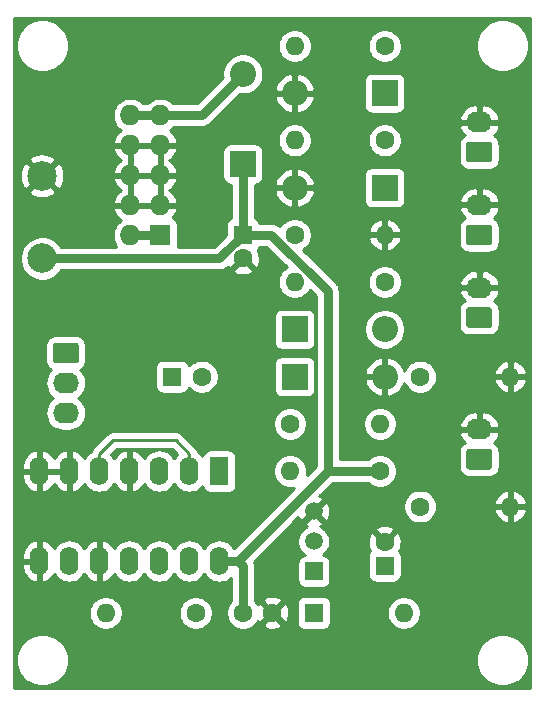
<source format=gbr>
G04 #@! TF.GenerationSoftware,KiCad,Pcbnew,5.1.5-52549c5~84~ubuntu18.04.1*
G04 #@! TF.CreationDate,2020-07-05T07:12:52-04:00*
G04 #@! TF.ProjectId,Suboscillator,5375626f-7363-4696-9c6c-61746f722e6b,rev?*
G04 #@! TF.SameCoordinates,Original*
G04 #@! TF.FileFunction,Copper,L2,Bot*
G04 #@! TF.FilePolarity,Positive*
%FSLAX46Y46*%
G04 Gerber Fmt 4.6, Leading zero omitted, Abs format (unit mm)*
G04 Created by KiCad (PCBNEW 5.1.5-52549c5~84~ubuntu18.04.1) date 2020-07-05 07:12:52*
%MOMM*%
%LPD*%
G04 APERTURE LIST*
%ADD10O,1.600000X2.400000*%
%ADD11R,1.600000X2.400000*%
%ADD12O,1.600000X1.600000*%
%ADD13C,1.600000*%
%ADD14R,1.500000X1.500000*%
%ADD15C,1.500000*%
%ADD16C,2.499360*%
%ADD17O,2.200000X1.740000*%
%ADD18C,0.100000*%
%ADD19O,1.727200X1.727200*%
%ADD20R,1.727200X1.727200*%
%ADD21O,2.200000X2.200000*%
%ADD22R,2.200000X2.200000*%
%ADD23R,1.600000X1.600000*%
%ADD24C,0.750000*%
%ADD25C,0.250000*%
%ADD26C,0.254000*%
G04 APERTURE END LIST*
D10*
X145000000Y-80620000D03*
X129760000Y-73000000D03*
X142460000Y-80620000D03*
X132300000Y-73000000D03*
X139920000Y-80620000D03*
X134840000Y-73000000D03*
X137380000Y-80620000D03*
X137380000Y-73000000D03*
X134840000Y-80620000D03*
X139920000Y-73000000D03*
X132300000Y-80620000D03*
X142460000Y-73000000D03*
X129760000Y-80620000D03*
D11*
X145000000Y-73000000D03*
D12*
X151380000Y-57000000D03*
D13*
X159000000Y-57000000D03*
D12*
X159000000Y-53000000D03*
D13*
X151380000Y-53000000D03*
D12*
X151380000Y-37000000D03*
D13*
X159000000Y-37000000D03*
D12*
X151380000Y-45000000D03*
D13*
X159000000Y-45000000D03*
D12*
X135380000Y-85000000D03*
D13*
X143000000Y-85000000D03*
D12*
X169620000Y-76000000D03*
D13*
X162000000Y-76000000D03*
D12*
X151000000Y-73000000D03*
D13*
X158620000Y-73000000D03*
D12*
X158620000Y-69000000D03*
D13*
X151000000Y-69000000D03*
D12*
X169620000Y-65000000D03*
D13*
X162000000Y-65000000D03*
D14*
X153000000Y-81500000D03*
D15*
X153000000Y-76420000D03*
X153000000Y-78960000D03*
D16*
X130000000Y-48000000D03*
X130000000Y-55000000D03*
D17*
X167000000Y-43460000D03*
G04 #@! TA.AperFunction,ComponentPad*
D18*
G36*
X167874505Y-45131204D02*
G01*
X167898773Y-45134804D01*
X167922572Y-45140765D01*
X167945671Y-45149030D01*
X167967850Y-45159520D01*
X167988893Y-45172132D01*
X168008599Y-45186747D01*
X168026777Y-45203223D01*
X168043253Y-45221401D01*
X168057868Y-45241107D01*
X168070480Y-45262150D01*
X168080970Y-45284329D01*
X168089235Y-45307428D01*
X168095196Y-45331227D01*
X168098796Y-45355495D01*
X168100000Y-45379999D01*
X168100000Y-46620001D01*
X168098796Y-46644505D01*
X168095196Y-46668773D01*
X168089235Y-46692572D01*
X168080970Y-46715671D01*
X168070480Y-46737850D01*
X168057868Y-46758893D01*
X168043253Y-46778599D01*
X168026777Y-46796777D01*
X168008599Y-46813253D01*
X167988893Y-46827868D01*
X167967850Y-46840480D01*
X167945671Y-46850970D01*
X167922572Y-46859235D01*
X167898773Y-46865196D01*
X167874505Y-46868796D01*
X167850001Y-46870000D01*
X166149999Y-46870000D01*
X166125495Y-46868796D01*
X166101227Y-46865196D01*
X166077428Y-46859235D01*
X166054329Y-46850970D01*
X166032150Y-46840480D01*
X166011107Y-46827868D01*
X165991401Y-46813253D01*
X165973223Y-46796777D01*
X165956747Y-46778599D01*
X165942132Y-46758893D01*
X165929520Y-46737850D01*
X165919030Y-46715671D01*
X165910765Y-46692572D01*
X165904804Y-46668773D01*
X165901204Y-46644505D01*
X165900000Y-46620001D01*
X165900000Y-45379999D01*
X165901204Y-45355495D01*
X165904804Y-45331227D01*
X165910765Y-45307428D01*
X165919030Y-45284329D01*
X165929520Y-45262150D01*
X165942132Y-45241107D01*
X165956747Y-45221401D01*
X165973223Y-45203223D01*
X165991401Y-45186747D01*
X166011107Y-45172132D01*
X166032150Y-45159520D01*
X166054329Y-45149030D01*
X166077428Y-45140765D01*
X166101227Y-45134804D01*
X166125495Y-45131204D01*
X166149999Y-45130000D01*
X167850001Y-45130000D01*
X167874505Y-45131204D01*
G37*
G04 #@! TD.AperFunction*
D17*
X167000000Y-57460000D03*
G04 #@! TA.AperFunction,ComponentPad*
D18*
G36*
X167874505Y-59131204D02*
G01*
X167898773Y-59134804D01*
X167922572Y-59140765D01*
X167945671Y-59149030D01*
X167967850Y-59159520D01*
X167988893Y-59172132D01*
X168008599Y-59186747D01*
X168026777Y-59203223D01*
X168043253Y-59221401D01*
X168057868Y-59241107D01*
X168070480Y-59262150D01*
X168080970Y-59284329D01*
X168089235Y-59307428D01*
X168095196Y-59331227D01*
X168098796Y-59355495D01*
X168100000Y-59379999D01*
X168100000Y-60620001D01*
X168098796Y-60644505D01*
X168095196Y-60668773D01*
X168089235Y-60692572D01*
X168080970Y-60715671D01*
X168070480Y-60737850D01*
X168057868Y-60758893D01*
X168043253Y-60778599D01*
X168026777Y-60796777D01*
X168008599Y-60813253D01*
X167988893Y-60827868D01*
X167967850Y-60840480D01*
X167945671Y-60850970D01*
X167922572Y-60859235D01*
X167898773Y-60865196D01*
X167874505Y-60868796D01*
X167850001Y-60870000D01*
X166149999Y-60870000D01*
X166125495Y-60868796D01*
X166101227Y-60865196D01*
X166077428Y-60859235D01*
X166054329Y-60850970D01*
X166032150Y-60840480D01*
X166011107Y-60827868D01*
X165991401Y-60813253D01*
X165973223Y-60796777D01*
X165956747Y-60778599D01*
X165942132Y-60758893D01*
X165929520Y-60737850D01*
X165919030Y-60715671D01*
X165910765Y-60692572D01*
X165904804Y-60668773D01*
X165901204Y-60644505D01*
X165900000Y-60620001D01*
X165900000Y-59379999D01*
X165901204Y-59355495D01*
X165904804Y-59331227D01*
X165910765Y-59307428D01*
X165919030Y-59284329D01*
X165929520Y-59262150D01*
X165942132Y-59241107D01*
X165956747Y-59221401D01*
X165973223Y-59203223D01*
X165991401Y-59186747D01*
X166011107Y-59172132D01*
X166032150Y-59159520D01*
X166054329Y-59149030D01*
X166077428Y-59140765D01*
X166101227Y-59134804D01*
X166125495Y-59131204D01*
X166149999Y-59130000D01*
X167850001Y-59130000D01*
X167874505Y-59131204D01*
G37*
G04 #@! TD.AperFunction*
D17*
X167000000Y-50460000D03*
G04 #@! TA.AperFunction,ComponentPad*
D18*
G36*
X167874505Y-52131204D02*
G01*
X167898773Y-52134804D01*
X167922572Y-52140765D01*
X167945671Y-52149030D01*
X167967850Y-52159520D01*
X167988893Y-52172132D01*
X168008599Y-52186747D01*
X168026777Y-52203223D01*
X168043253Y-52221401D01*
X168057868Y-52241107D01*
X168070480Y-52262150D01*
X168080970Y-52284329D01*
X168089235Y-52307428D01*
X168095196Y-52331227D01*
X168098796Y-52355495D01*
X168100000Y-52379999D01*
X168100000Y-53620001D01*
X168098796Y-53644505D01*
X168095196Y-53668773D01*
X168089235Y-53692572D01*
X168080970Y-53715671D01*
X168070480Y-53737850D01*
X168057868Y-53758893D01*
X168043253Y-53778599D01*
X168026777Y-53796777D01*
X168008599Y-53813253D01*
X167988893Y-53827868D01*
X167967850Y-53840480D01*
X167945671Y-53850970D01*
X167922572Y-53859235D01*
X167898773Y-53865196D01*
X167874505Y-53868796D01*
X167850001Y-53870000D01*
X166149999Y-53870000D01*
X166125495Y-53868796D01*
X166101227Y-53865196D01*
X166077428Y-53859235D01*
X166054329Y-53850970D01*
X166032150Y-53840480D01*
X166011107Y-53827868D01*
X165991401Y-53813253D01*
X165973223Y-53796777D01*
X165956747Y-53778599D01*
X165942132Y-53758893D01*
X165929520Y-53737850D01*
X165919030Y-53715671D01*
X165910765Y-53692572D01*
X165904804Y-53668773D01*
X165901204Y-53644505D01*
X165900000Y-53620001D01*
X165900000Y-52379999D01*
X165901204Y-52355495D01*
X165904804Y-52331227D01*
X165910765Y-52307428D01*
X165919030Y-52284329D01*
X165929520Y-52262150D01*
X165942132Y-52241107D01*
X165956747Y-52221401D01*
X165973223Y-52203223D01*
X165991401Y-52186747D01*
X166011107Y-52172132D01*
X166032150Y-52159520D01*
X166054329Y-52149030D01*
X166077428Y-52140765D01*
X166101227Y-52134804D01*
X166125495Y-52131204D01*
X166149999Y-52130000D01*
X167850001Y-52130000D01*
X167874505Y-52131204D01*
G37*
G04 #@! TD.AperFunction*
D17*
X132000000Y-68080000D03*
X132000000Y-65540000D03*
G04 #@! TA.AperFunction,ComponentPad*
D18*
G36*
X132874505Y-62131204D02*
G01*
X132898773Y-62134804D01*
X132922572Y-62140765D01*
X132945671Y-62149030D01*
X132967850Y-62159520D01*
X132988893Y-62172132D01*
X133008599Y-62186747D01*
X133026777Y-62203223D01*
X133043253Y-62221401D01*
X133057868Y-62241107D01*
X133070480Y-62262150D01*
X133080970Y-62284329D01*
X133089235Y-62307428D01*
X133095196Y-62331227D01*
X133098796Y-62355495D01*
X133100000Y-62379999D01*
X133100000Y-63620001D01*
X133098796Y-63644505D01*
X133095196Y-63668773D01*
X133089235Y-63692572D01*
X133080970Y-63715671D01*
X133070480Y-63737850D01*
X133057868Y-63758893D01*
X133043253Y-63778599D01*
X133026777Y-63796777D01*
X133008599Y-63813253D01*
X132988893Y-63827868D01*
X132967850Y-63840480D01*
X132945671Y-63850970D01*
X132922572Y-63859235D01*
X132898773Y-63865196D01*
X132874505Y-63868796D01*
X132850001Y-63870000D01*
X131149999Y-63870000D01*
X131125495Y-63868796D01*
X131101227Y-63865196D01*
X131077428Y-63859235D01*
X131054329Y-63850970D01*
X131032150Y-63840480D01*
X131011107Y-63827868D01*
X130991401Y-63813253D01*
X130973223Y-63796777D01*
X130956747Y-63778599D01*
X130942132Y-63758893D01*
X130929520Y-63737850D01*
X130919030Y-63715671D01*
X130910765Y-63692572D01*
X130904804Y-63668773D01*
X130901204Y-63644505D01*
X130900000Y-63620001D01*
X130900000Y-62379999D01*
X130901204Y-62355495D01*
X130904804Y-62331227D01*
X130910765Y-62307428D01*
X130919030Y-62284329D01*
X130929520Y-62262150D01*
X130942132Y-62241107D01*
X130956747Y-62221401D01*
X130973223Y-62203223D01*
X130991401Y-62186747D01*
X131011107Y-62172132D01*
X131032150Y-62159520D01*
X131054329Y-62149030D01*
X131077428Y-62140765D01*
X131101227Y-62134804D01*
X131125495Y-62131204D01*
X131149999Y-62130000D01*
X132850001Y-62130000D01*
X132874505Y-62131204D01*
G37*
G04 #@! TD.AperFunction*
D19*
X137460000Y-42880000D03*
X140000000Y-42880000D03*
X137460000Y-45420000D03*
X140000000Y-45420000D03*
X137460000Y-47960000D03*
X140000000Y-47960000D03*
X137460000Y-50500000D03*
X140000000Y-50500000D03*
X137460000Y-53040000D03*
D20*
X140000000Y-53040000D03*
D17*
X167000000Y-69460000D03*
G04 #@! TA.AperFunction,ComponentPad*
D18*
G36*
X167874505Y-71131204D02*
G01*
X167898773Y-71134804D01*
X167922572Y-71140765D01*
X167945671Y-71149030D01*
X167967850Y-71159520D01*
X167988893Y-71172132D01*
X168008599Y-71186747D01*
X168026777Y-71203223D01*
X168043253Y-71221401D01*
X168057868Y-71241107D01*
X168070480Y-71262150D01*
X168080970Y-71284329D01*
X168089235Y-71307428D01*
X168095196Y-71331227D01*
X168098796Y-71355495D01*
X168100000Y-71379999D01*
X168100000Y-72620001D01*
X168098796Y-72644505D01*
X168095196Y-72668773D01*
X168089235Y-72692572D01*
X168080970Y-72715671D01*
X168070480Y-72737850D01*
X168057868Y-72758893D01*
X168043253Y-72778599D01*
X168026777Y-72796777D01*
X168008599Y-72813253D01*
X167988893Y-72827868D01*
X167967850Y-72840480D01*
X167945671Y-72850970D01*
X167922572Y-72859235D01*
X167898773Y-72865196D01*
X167874505Y-72868796D01*
X167850001Y-72870000D01*
X166149999Y-72870000D01*
X166125495Y-72868796D01*
X166101227Y-72865196D01*
X166077428Y-72859235D01*
X166054329Y-72850970D01*
X166032150Y-72840480D01*
X166011107Y-72827868D01*
X165991401Y-72813253D01*
X165973223Y-72796777D01*
X165956747Y-72778599D01*
X165942132Y-72758893D01*
X165929520Y-72737850D01*
X165919030Y-72715671D01*
X165910765Y-72692572D01*
X165904804Y-72668773D01*
X165901204Y-72644505D01*
X165900000Y-72620001D01*
X165900000Y-71379999D01*
X165901204Y-71355495D01*
X165904804Y-71331227D01*
X165910765Y-71307428D01*
X165919030Y-71284329D01*
X165929520Y-71262150D01*
X165942132Y-71241107D01*
X165956747Y-71221401D01*
X165973223Y-71203223D01*
X165991401Y-71186747D01*
X166011107Y-71172132D01*
X166032150Y-71159520D01*
X166054329Y-71149030D01*
X166077428Y-71140765D01*
X166101227Y-71134804D01*
X166125495Y-71131204D01*
X166149999Y-71130000D01*
X167850001Y-71130000D01*
X167874505Y-71131204D01*
G37*
G04 #@! TD.AperFunction*
D21*
X159000000Y-65000000D03*
D22*
X151380000Y-65000000D03*
D21*
X159000000Y-61000000D03*
D22*
X151380000Y-61000000D03*
D21*
X151380000Y-41000000D03*
D22*
X159000000Y-41000000D03*
D21*
X151380000Y-49000000D03*
D22*
X159000000Y-49000000D03*
D21*
X147000000Y-39380000D03*
D22*
X147000000Y-47000000D03*
D12*
X160620000Y-85000000D03*
D23*
X153000000Y-85000000D03*
D13*
X143500000Y-65000000D03*
D23*
X141000000Y-65000000D03*
D13*
X149500000Y-85000000D03*
X147000000Y-85000000D03*
X147000000Y-55000000D03*
D23*
X147000000Y-53000000D03*
D13*
X159000000Y-79000000D03*
D23*
X159000000Y-81000000D03*
D24*
X147000000Y-47000000D02*
X147000000Y-53000000D01*
X157488630Y-73000000D02*
X158620000Y-73000000D01*
X154170000Y-73000000D02*
X157488630Y-73000000D01*
X145000000Y-80620000D02*
X146550000Y-80620000D01*
X146550000Y-80620000D02*
X154170000Y-73000000D01*
X154170000Y-57754998D02*
X154170000Y-73000000D01*
X149415002Y-53000000D02*
X154170000Y-57754998D01*
X147000000Y-53000000D02*
X149415002Y-53000000D01*
X145000000Y-55000000D02*
X147000000Y-53000000D01*
X130000000Y-55000000D02*
X145000000Y-55000000D01*
X147000000Y-81070000D02*
X147000000Y-85000000D01*
X146550000Y-80620000D02*
X147000000Y-81070000D01*
D25*
X134840000Y-71550000D02*
X136000000Y-70390000D01*
X134840000Y-73000000D02*
X134840000Y-71550000D01*
X142460000Y-71550000D02*
X142460000Y-73000000D01*
X141300000Y-70390000D02*
X142460000Y-71550000D01*
X136000000Y-70390000D02*
X141300000Y-70390000D01*
D24*
X140000000Y-42880000D02*
X143500000Y-42880000D01*
X143500000Y-42880000D02*
X147000000Y-39380000D01*
X137460000Y-42880000D02*
X140000000Y-42880000D01*
X137460000Y-53040000D02*
X140000000Y-53040000D01*
D26*
G36*
X171340001Y-91340000D02*
G01*
X127660000Y-91340000D01*
X127660000Y-88779872D01*
X127765000Y-88779872D01*
X127765000Y-89220128D01*
X127850890Y-89651925D01*
X128019369Y-90058669D01*
X128263962Y-90424729D01*
X128575271Y-90736038D01*
X128941331Y-90980631D01*
X129348075Y-91149110D01*
X129779872Y-91235000D01*
X130220128Y-91235000D01*
X130651925Y-91149110D01*
X131058669Y-90980631D01*
X131424729Y-90736038D01*
X131736038Y-90424729D01*
X131980631Y-90058669D01*
X132149110Y-89651925D01*
X132235000Y-89220128D01*
X132235000Y-88779872D01*
X166765000Y-88779872D01*
X166765000Y-89220128D01*
X166850890Y-89651925D01*
X167019369Y-90058669D01*
X167263962Y-90424729D01*
X167575271Y-90736038D01*
X167941331Y-90980631D01*
X168348075Y-91149110D01*
X168779872Y-91235000D01*
X169220128Y-91235000D01*
X169651925Y-91149110D01*
X170058669Y-90980631D01*
X170424729Y-90736038D01*
X170736038Y-90424729D01*
X170980631Y-90058669D01*
X171149110Y-89651925D01*
X171235000Y-89220128D01*
X171235000Y-88779872D01*
X171149110Y-88348075D01*
X170980631Y-87941331D01*
X170736038Y-87575271D01*
X170424729Y-87263962D01*
X170058669Y-87019369D01*
X169651925Y-86850890D01*
X169220128Y-86765000D01*
X168779872Y-86765000D01*
X168348075Y-86850890D01*
X167941331Y-87019369D01*
X167575271Y-87263962D01*
X167263962Y-87575271D01*
X167019369Y-87941331D01*
X166850890Y-88348075D01*
X166765000Y-88779872D01*
X132235000Y-88779872D01*
X132149110Y-88348075D01*
X131980631Y-87941331D01*
X131736038Y-87575271D01*
X131424729Y-87263962D01*
X131058669Y-87019369D01*
X130651925Y-86850890D01*
X130220128Y-86765000D01*
X129779872Y-86765000D01*
X129348075Y-86850890D01*
X128941331Y-87019369D01*
X128575271Y-87263962D01*
X128263962Y-87575271D01*
X128019369Y-87941331D01*
X127850890Y-88348075D01*
X127765000Y-88779872D01*
X127660000Y-88779872D01*
X127660000Y-84858665D01*
X133945000Y-84858665D01*
X133945000Y-85141335D01*
X134000147Y-85418574D01*
X134108320Y-85679727D01*
X134265363Y-85914759D01*
X134465241Y-86114637D01*
X134700273Y-86271680D01*
X134961426Y-86379853D01*
X135238665Y-86435000D01*
X135521335Y-86435000D01*
X135798574Y-86379853D01*
X136059727Y-86271680D01*
X136294759Y-86114637D01*
X136494637Y-85914759D01*
X136651680Y-85679727D01*
X136759853Y-85418574D01*
X136815000Y-85141335D01*
X136815000Y-84858665D01*
X141565000Y-84858665D01*
X141565000Y-85141335D01*
X141620147Y-85418574D01*
X141728320Y-85679727D01*
X141885363Y-85914759D01*
X142085241Y-86114637D01*
X142320273Y-86271680D01*
X142581426Y-86379853D01*
X142858665Y-86435000D01*
X143141335Y-86435000D01*
X143418574Y-86379853D01*
X143679727Y-86271680D01*
X143914759Y-86114637D01*
X144114637Y-85914759D01*
X144271680Y-85679727D01*
X144379853Y-85418574D01*
X144435000Y-85141335D01*
X144435000Y-84858665D01*
X144379853Y-84581426D01*
X144271680Y-84320273D01*
X144114637Y-84085241D01*
X143914759Y-83885363D01*
X143679727Y-83728320D01*
X143418574Y-83620147D01*
X143141335Y-83565000D01*
X142858665Y-83565000D01*
X142581426Y-83620147D01*
X142320273Y-83728320D01*
X142085241Y-83885363D01*
X141885363Y-84085241D01*
X141728320Y-84320273D01*
X141620147Y-84581426D01*
X141565000Y-84858665D01*
X136815000Y-84858665D01*
X136759853Y-84581426D01*
X136651680Y-84320273D01*
X136494637Y-84085241D01*
X136294759Y-83885363D01*
X136059727Y-83728320D01*
X135798574Y-83620147D01*
X135521335Y-83565000D01*
X135238665Y-83565000D01*
X134961426Y-83620147D01*
X134700273Y-83728320D01*
X134465241Y-83885363D01*
X134265363Y-84085241D01*
X134108320Y-84320273D01*
X134000147Y-84581426D01*
X133945000Y-84858665D01*
X127660000Y-84858665D01*
X127660000Y-80747000D01*
X128325000Y-80747000D01*
X128325000Y-81147000D01*
X128377350Y-81424514D01*
X128482834Y-81686483D01*
X128637399Y-81922839D01*
X128835105Y-82124500D01*
X129068354Y-82283715D01*
X129328182Y-82394367D01*
X129410961Y-82411904D01*
X129633000Y-82289915D01*
X129633000Y-80747000D01*
X128325000Y-80747000D01*
X127660000Y-80747000D01*
X127660000Y-80093000D01*
X128325000Y-80093000D01*
X128325000Y-80493000D01*
X129633000Y-80493000D01*
X129633000Y-78950085D01*
X129887000Y-78950085D01*
X129887000Y-80493000D01*
X129907000Y-80493000D01*
X129907000Y-80747000D01*
X129887000Y-80747000D01*
X129887000Y-82289915D01*
X130109039Y-82411904D01*
X130191818Y-82394367D01*
X130451646Y-82283715D01*
X130684895Y-82124500D01*
X130882601Y-81922839D01*
X131032735Y-81693258D01*
X131101068Y-81821100D01*
X131280392Y-82039607D01*
X131498899Y-82218932D01*
X131748192Y-82352182D01*
X132018691Y-82434236D01*
X132300000Y-82461943D01*
X132581308Y-82434236D01*
X132851807Y-82352182D01*
X133101100Y-82218932D01*
X133319607Y-82039608D01*
X133498932Y-81821101D01*
X133567265Y-81693259D01*
X133717399Y-81922839D01*
X133915105Y-82124500D01*
X134148354Y-82283715D01*
X134408182Y-82394367D01*
X134490961Y-82411904D01*
X134713000Y-82289915D01*
X134713000Y-80747000D01*
X134693000Y-80747000D01*
X134693000Y-80493000D01*
X134713000Y-80493000D01*
X134713000Y-78950085D01*
X134490961Y-78828096D01*
X134408182Y-78845633D01*
X134148354Y-78956285D01*
X133915105Y-79115500D01*
X133717399Y-79317161D01*
X133567265Y-79546741D01*
X133498932Y-79418899D01*
X133319608Y-79200392D01*
X133101101Y-79021068D01*
X132851808Y-78887818D01*
X132581309Y-78805764D01*
X132300000Y-78778057D01*
X132018692Y-78805764D01*
X131748193Y-78887818D01*
X131498900Y-79021068D01*
X131280393Y-79200392D01*
X131101068Y-79418899D01*
X131032735Y-79546741D01*
X130882601Y-79317161D01*
X130684895Y-79115500D01*
X130451646Y-78956285D01*
X130191818Y-78845633D01*
X130109039Y-78828096D01*
X129887000Y-78950085D01*
X129633000Y-78950085D01*
X129410961Y-78828096D01*
X129328182Y-78845633D01*
X129068354Y-78956285D01*
X128835105Y-79115500D01*
X128637399Y-79317161D01*
X128482834Y-79553517D01*
X128377350Y-79815486D01*
X128325000Y-80093000D01*
X127660000Y-80093000D01*
X127660000Y-73127000D01*
X128325000Y-73127000D01*
X128325000Y-73527000D01*
X128377350Y-73804514D01*
X128482834Y-74066483D01*
X128637399Y-74302839D01*
X128835105Y-74504500D01*
X129068354Y-74663715D01*
X129328182Y-74774367D01*
X129410961Y-74791904D01*
X129633000Y-74669915D01*
X129633000Y-73127000D01*
X129887000Y-73127000D01*
X129887000Y-74669915D01*
X130109039Y-74791904D01*
X130191818Y-74774367D01*
X130451646Y-74663715D01*
X130684895Y-74504500D01*
X130882601Y-74302839D01*
X131030000Y-74077441D01*
X131177399Y-74302839D01*
X131375105Y-74504500D01*
X131608354Y-74663715D01*
X131868182Y-74774367D01*
X131950961Y-74791904D01*
X132173000Y-74669915D01*
X132173000Y-73127000D01*
X129887000Y-73127000D01*
X129633000Y-73127000D01*
X128325000Y-73127000D01*
X127660000Y-73127000D01*
X127660000Y-72473000D01*
X128325000Y-72473000D01*
X128325000Y-72873000D01*
X129633000Y-72873000D01*
X129633000Y-71330085D01*
X129887000Y-71330085D01*
X129887000Y-72873000D01*
X132173000Y-72873000D01*
X132173000Y-71330085D01*
X132427000Y-71330085D01*
X132427000Y-72873000D01*
X132447000Y-72873000D01*
X132447000Y-73127000D01*
X132427000Y-73127000D01*
X132427000Y-74669915D01*
X132649039Y-74791904D01*
X132731818Y-74774367D01*
X132991646Y-74663715D01*
X133224895Y-74504500D01*
X133422601Y-74302839D01*
X133572735Y-74073258D01*
X133641068Y-74201100D01*
X133820392Y-74419607D01*
X134038899Y-74598932D01*
X134288192Y-74732182D01*
X134558691Y-74814236D01*
X134840000Y-74841943D01*
X135121308Y-74814236D01*
X135391807Y-74732182D01*
X135641100Y-74598932D01*
X135859607Y-74419608D01*
X136038932Y-74201101D01*
X136107265Y-74073259D01*
X136257399Y-74302839D01*
X136455105Y-74504500D01*
X136688354Y-74663715D01*
X136948182Y-74774367D01*
X137030961Y-74791904D01*
X137253000Y-74669915D01*
X137253000Y-73127000D01*
X137233000Y-73127000D01*
X137233000Y-72873000D01*
X137253000Y-72873000D01*
X137253000Y-71330085D01*
X137030961Y-71208096D01*
X136948182Y-71225633D01*
X136688354Y-71336285D01*
X136455105Y-71495500D01*
X136257399Y-71697161D01*
X136107265Y-71926741D01*
X136038932Y-71798899D01*
X135870787Y-71594014D01*
X136314802Y-71150000D01*
X140985199Y-71150000D01*
X141429213Y-71594015D01*
X141261068Y-71798899D01*
X141190000Y-71931858D01*
X141118932Y-71798899D01*
X140939608Y-71580392D01*
X140721101Y-71401068D01*
X140471808Y-71267818D01*
X140201309Y-71185764D01*
X139920000Y-71158057D01*
X139638692Y-71185764D01*
X139368193Y-71267818D01*
X139118900Y-71401068D01*
X138900393Y-71580392D01*
X138721068Y-71798899D01*
X138652735Y-71926741D01*
X138502601Y-71697161D01*
X138304895Y-71495500D01*
X138071646Y-71336285D01*
X137811818Y-71225633D01*
X137729039Y-71208096D01*
X137507000Y-71330085D01*
X137507000Y-72873000D01*
X137527000Y-72873000D01*
X137527000Y-73127000D01*
X137507000Y-73127000D01*
X137507000Y-74669915D01*
X137729039Y-74791904D01*
X137811818Y-74774367D01*
X138071646Y-74663715D01*
X138304895Y-74504500D01*
X138502601Y-74302839D01*
X138652735Y-74073258D01*
X138721068Y-74201100D01*
X138900392Y-74419607D01*
X139118899Y-74598932D01*
X139368192Y-74732182D01*
X139638691Y-74814236D01*
X139920000Y-74841943D01*
X140201308Y-74814236D01*
X140471807Y-74732182D01*
X140721100Y-74598932D01*
X140939607Y-74419608D01*
X141118932Y-74201101D01*
X141190000Y-74068142D01*
X141261068Y-74201100D01*
X141440392Y-74419607D01*
X141658899Y-74598932D01*
X141908192Y-74732182D01*
X142178691Y-74814236D01*
X142460000Y-74841943D01*
X142741308Y-74814236D01*
X143011807Y-74732182D01*
X143261100Y-74598932D01*
X143479607Y-74419608D01*
X143572419Y-74306517D01*
X143574188Y-74324482D01*
X143610498Y-74444180D01*
X143669463Y-74554494D01*
X143748815Y-74651185D01*
X143845506Y-74730537D01*
X143955820Y-74789502D01*
X144075518Y-74825812D01*
X144200000Y-74838072D01*
X145800000Y-74838072D01*
X145924482Y-74825812D01*
X146044180Y-74789502D01*
X146154494Y-74730537D01*
X146251185Y-74651185D01*
X146330537Y-74554494D01*
X146389502Y-74444180D01*
X146425812Y-74324482D01*
X146438072Y-74200000D01*
X146438072Y-71800000D01*
X146425812Y-71675518D01*
X146389502Y-71555820D01*
X146330537Y-71445506D01*
X146251185Y-71348815D01*
X146154494Y-71269463D01*
X146044180Y-71210498D01*
X145924482Y-71174188D01*
X145800000Y-71161928D01*
X144200000Y-71161928D01*
X144075518Y-71174188D01*
X143955820Y-71210498D01*
X143845506Y-71269463D01*
X143748815Y-71348815D01*
X143669463Y-71445506D01*
X143610498Y-71555820D01*
X143574188Y-71675518D01*
X143572419Y-71693482D01*
X143479608Y-71580392D01*
X143261101Y-71401068D01*
X143198941Y-71367843D01*
X143165546Y-71257753D01*
X143094974Y-71125724D01*
X143000001Y-71009999D01*
X142971004Y-70986202D01*
X141863804Y-69879003D01*
X141840001Y-69849999D01*
X141724276Y-69755026D01*
X141592247Y-69684454D01*
X141448986Y-69640997D01*
X141337333Y-69630000D01*
X141337322Y-69630000D01*
X141300000Y-69626324D01*
X141262678Y-69630000D01*
X136037325Y-69630000D01*
X136000000Y-69626324D01*
X135962675Y-69630000D01*
X135962667Y-69630000D01*
X135851014Y-69640997D01*
X135707753Y-69684454D01*
X135575724Y-69755026D01*
X135459999Y-69849999D01*
X135436201Y-69878997D01*
X134328998Y-70986201D01*
X134300000Y-71009999D01*
X134276202Y-71038997D01*
X134276201Y-71038998D01*
X134205026Y-71125724D01*
X134134454Y-71257754D01*
X134101060Y-71367843D01*
X134038900Y-71401068D01*
X133820393Y-71580392D01*
X133641068Y-71798899D01*
X133572735Y-71926741D01*
X133422601Y-71697161D01*
X133224895Y-71495500D01*
X132991646Y-71336285D01*
X132731818Y-71225633D01*
X132649039Y-71208096D01*
X132427000Y-71330085D01*
X132173000Y-71330085D01*
X131950961Y-71208096D01*
X131868182Y-71225633D01*
X131608354Y-71336285D01*
X131375105Y-71495500D01*
X131177399Y-71697161D01*
X131030000Y-71922559D01*
X130882601Y-71697161D01*
X130684895Y-71495500D01*
X130451646Y-71336285D01*
X130191818Y-71225633D01*
X130109039Y-71208096D01*
X129887000Y-71330085D01*
X129633000Y-71330085D01*
X129410961Y-71208096D01*
X129328182Y-71225633D01*
X129068354Y-71336285D01*
X128835105Y-71495500D01*
X128637399Y-71697161D01*
X128482834Y-71933517D01*
X128377350Y-72195486D01*
X128325000Y-72473000D01*
X127660000Y-72473000D01*
X127660000Y-65540000D01*
X130257718Y-65540000D01*
X130286776Y-65835032D01*
X130372834Y-66118725D01*
X130512583Y-66380179D01*
X130700655Y-66609345D01*
X130929821Y-66797417D01*
X130953362Y-66810000D01*
X130929821Y-66822583D01*
X130700655Y-67010655D01*
X130512583Y-67239821D01*
X130372834Y-67501275D01*
X130286776Y-67784968D01*
X130257718Y-68080000D01*
X130286776Y-68375032D01*
X130372834Y-68658725D01*
X130512583Y-68920179D01*
X130700655Y-69149345D01*
X130929821Y-69337417D01*
X131191275Y-69477166D01*
X131474968Y-69563224D01*
X131696064Y-69585000D01*
X132303936Y-69585000D01*
X132525032Y-69563224D01*
X132808725Y-69477166D01*
X133070179Y-69337417D01*
X133299345Y-69149345D01*
X133487417Y-68920179D01*
X133520296Y-68858665D01*
X149565000Y-68858665D01*
X149565000Y-69141335D01*
X149620147Y-69418574D01*
X149728320Y-69679727D01*
X149885363Y-69914759D01*
X150085241Y-70114637D01*
X150320273Y-70271680D01*
X150581426Y-70379853D01*
X150858665Y-70435000D01*
X151141335Y-70435000D01*
X151418574Y-70379853D01*
X151679727Y-70271680D01*
X151914759Y-70114637D01*
X152114637Y-69914759D01*
X152271680Y-69679727D01*
X152379853Y-69418574D01*
X152435000Y-69141335D01*
X152435000Y-68858665D01*
X152379853Y-68581426D01*
X152271680Y-68320273D01*
X152114637Y-68085241D01*
X151914759Y-67885363D01*
X151679727Y-67728320D01*
X151418574Y-67620147D01*
X151141335Y-67565000D01*
X150858665Y-67565000D01*
X150581426Y-67620147D01*
X150320273Y-67728320D01*
X150085241Y-67885363D01*
X149885363Y-68085241D01*
X149728320Y-68320273D01*
X149620147Y-68581426D01*
X149565000Y-68858665D01*
X133520296Y-68858665D01*
X133627166Y-68658725D01*
X133713224Y-68375032D01*
X133742282Y-68080000D01*
X133713224Y-67784968D01*
X133627166Y-67501275D01*
X133487417Y-67239821D01*
X133299345Y-67010655D01*
X133070179Y-66822583D01*
X133046638Y-66810000D01*
X133070179Y-66797417D01*
X133299345Y-66609345D01*
X133487417Y-66380179D01*
X133627166Y-66118725D01*
X133713224Y-65835032D01*
X133742282Y-65540000D01*
X133713224Y-65244968D01*
X133627166Y-64961275D01*
X133487417Y-64699821D01*
X133299345Y-64470655D01*
X133233886Y-64416934D01*
X133343387Y-64358405D01*
X133477962Y-64247962D01*
X133517323Y-64200000D01*
X139561928Y-64200000D01*
X139561928Y-65800000D01*
X139574188Y-65924482D01*
X139610498Y-66044180D01*
X139669463Y-66154494D01*
X139748815Y-66251185D01*
X139845506Y-66330537D01*
X139955820Y-66389502D01*
X140075518Y-66425812D01*
X140200000Y-66438072D01*
X141800000Y-66438072D01*
X141924482Y-66425812D01*
X142044180Y-66389502D01*
X142154494Y-66330537D01*
X142251185Y-66251185D01*
X142330537Y-66154494D01*
X142389502Y-66044180D01*
X142418661Y-65948057D01*
X142585241Y-66114637D01*
X142820273Y-66271680D01*
X143081426Y-66379853D01*
X143358665Y-66435000D01*
X143641335Y-66435000D01*
X143918574Y-66379853D01*
X144179727Y-66271680D01*
X144414759Y-66114637D01*
X144614637Y-65914759D01*
X144771680Y-65679727D01*
X144879853Y-65418574D01*
X144935000Y-65141335D01*
X144935000Y-64858665D01*
X144879853Y-64581426D01*
X144771680Y-64320273D01*
X144614637Y-64085241D01*
X144429396Y-63900000D01*
X149641928Y-63900000D01*
X149641928Y-66100000D01*
X149654188Y-66224482D01*
X149690498Y-66344180D01*
X149749463Y-66454494D01*
X149828815Y-66551185D01*
X149925506Y-66630537D01*
X150035820Y-66689502D01*
X150155518Y-66725812D01*
X150280000Y-66738072D01*
X152480000Y-66738072D01*
X152604482Y-66725812D01*
X152724180Y-66689502D01*
X152834494Y-66630537D01*
X152931185Y-66551185D01*
X153010537Y-66454494D01*
X153069502Y-66344180D01*
X153105812Y-66224482D01*
X153118072Y-66100000D01*
X153118072Y-63900000D01*
X153105812Y-63775518D01*
X153069502Y-63655820D01*
X153010537Y-63545506D01*
X152931185Y-63448815D01*
X152834494Y-63369463D01*
X152724180Y-63310498D01*
X152604482Y-63274188D01*
X152480000Y-63261928D01*
X150280000Y-63261928D01*
X150155518Y-63274188D01*
X150035820Y-63310498D01*
X149925506Y-63369463D01*
X149828815Y-63448815D01*
X149749463Y-63545506D01*
X149690498Y-63655820D01*
X149654188Y-63775518D01*
X149641928Y-63900000D01*
X144429396Y-63900000D01*
X144414759Y-63885363D01*
X144179727Y-63728320D01*
X143918574Y-63620147D01*
X143641335Y-63565000D01*
X143358665Y-63565000D01*
X143081426Y-63620147D01*
X142820273Y-63728320D01*
X142585241Y-63885363D01*
X142418661Y-64051943D01*
X142389502Y-63955820D01*
X142330537Y-63845506D01*
X142251185Y-63748815D01*
X142154494Y-63669463D01*
X142044180Y-63610498D01*
X141924482Y-63574188D01*
X141800000Y-63561928D01*
X140200000Y-63561928D01*
X140075518Y-63574188D01*
X139955820Y-63610498D01*
X139845506Y-63669463D01*
X139748815Y-63748815D01*
X139669463Y-63845506D01*
X139610498Y-63955820D01*
X139574188Y-64075518D01*
X139561928Y-64200000D01*
X133517323Y-64200000D01*
X133588405Y-64113387D01*
X133670472Y-63959851D01*
X133721008Y-63793255D01*
X133738072Y-63620001D01*
X133738072Y-62379999D01*
X133721008Y-62206745D01*
X133670472Y-62040149D01*
X133588405Y-61886613D01*
X133477962Y-61752038D01*
X133343387Y-61641595D01*
X133189851Y-61559528D01*
X133023255Y-61508992D01*
X132850001Y-61491928D01*
X131149999Y-61491928D01*
X130976745Y-61508992D01*
X130810149Y-61559528D01*
X130656613Y-61641595D01*
X130522038Y-61752038D01*
X130411595Y-61886613D01*
X130329528Y-62040149D01*
X130278992Y-62206745D01*
X130261928Y-62379999D01*
X130261928Y-63620001D01*
X130278992Y-63793255D01*
X130329528Y-63959851D01*
X130411595Y-64113387D01*
X130522038Y-64247962D01*
X130656613Y-64358405D01*
X130766114Y-64416934D01*
X130700655Y-64470655D01*
X130512583Y-64699821D01*
X130372834Y-64961275D01*
X130286776Y-65244968D01*
X130257718Y-65540000D01*
X127660000Y-65540000D01*
X127660000Y-59900000D01*
X149641928Y-59900000D01*
X149641928Y-62100000D01*
X149654188Y-62224482D01*
X149690498Y-62344180D01*
X149749463Y-62454494D01*
X149828815Y-62551185D01*
X149925506Y-62630537D01*
X150035820Y-62689502D01*
X150155518Y-62725812D01*
X150280000Y-62738072D01*
X152480000Y-62738072D01*
X152604482Y-62725812D01*
X152724180Y-62689502D01*
X152834494Y-62630537D01*
X152931185Y-62551185D01*
X153010537Y-62454494D01*
X153069502Y-62344180D01*
X153105812Y-62224482D01*
X153118072Y-62100000D01*
X153118072Y-59900000D01*
X153105812Y-59775518D01*
X153069502Y-59655820D01*
X153010537Y-59545506D01*
X152931185Y-59448815D01*
X152834494Y-59369463D01*
X152724180Y-59310498D01*
X152604482Y-59274188D01*
X152480000Y-59261928D01*
X150280000Y-59261928D01*
X150155518Y-59274188D01*
X150035820Y-59310498D01*
X149925506Y-59369463D01*
X149828815Y-59448815D01*
X149749463Y-59545506D01*
X149690498Y-59655820D01*
X149654188Y-59775518D01*
X149641928Y-59900000D01*
X127660000Y-59900000D01*
X127660000Y-54814375D01*
X128115320Y-54814375D01*
X128115320Y-55185625D01*
X128187747Y-55549741D01*
X128329818Y-55892731D01*
X128536074Y-56201413D01*
X128798587Y-56463926D01*
X129107269Y-56670182D01*
X129450259Y-56812253D01*
X129814375Y-56884680D01*
X130185625Y-56884680D01*
X130549741Y-56812253D01*
X130892731Y-56670182D01*
X131201413Y-56463926D01*
X131463926Y-56201413D01*
X131591825Y-56010000D01*
X144950392Y-56010000D01*
X145000000Y-56014886D01*
X145197994Y-55995385D01*
X145206839Y-55992702D01*
X146186903Y-55992702D01*
X146258486Y-56236671D01*
X146513996Y-56357571D01*
X146788184Y-56426300D01*
X147070512Y-56440217D01*
X147350130Y-56398787D01*
X147616292Y-56303603D01*
X147741514Y-56236671D01*
X147813097Y-55992702D01*
X147000000Y-55179605D01*
X146186903Y-55992702D01*
X145206839Y-55992702D01*
X145388380Y-55937632D01*
X145563840Y-55843847D01*
X145717633Y-55717633D01*
X145737576Y-55693333D01*
X145763329Y-55741514D01*
X146007298Y-55813097D01*
X146820395Y-55000000D01*
X146806253Y-54985858D01*
X146985858Y-54806253D01*
X147000000Y-54820395D01*
X147014143Y-54806253D01*
X147193748Y-54985858D01*
X147179605Y-55000000D01*
X147992702Y-55813097D01*
X148236671Y-55741514D01*
X148357571Y-55486004D01*
X148426300Y-55211816D01*
X148440217Y-54929488D01*
X148398787Y-54649870D01*
X148303603Y-54383708D01*
X148238384Y-54261691D01*
X148251185Y-54251185D01*
X148330537Y-54154494D01*
X148389502Y-54044180D01*
X148399870Y-54010000D01*
X148996647Y-54010000D01*
X150710663Y-55724016D01*
X150700273Y-55728320D01*
X150465241Y-55885363D01*
X150265363Y-56085241D01*
X150108320Y-56320273D01*
X150000147Y-56581426D01*
X149945000Y-56858665D01*
X149945000Y-57141335D01*
X150000147Y-57418574D01*
X150108320Y-57679727D01*
X150265363Y-57914759D01*
X150465241Y-58114637D01*
X150700273Y-58271680D01*
X150961426Y-58379853D01*
X151238665Y-58435000D01*
X151521335Y-58435000D01*
X151798574Y-58379853D01*
X152059727Y-58271680D01*
X152294759Y-58114637D01*
X152494637Y-57914759D01*
X152651680Y-57679727D01*
X152655984Y-57669337D01*
X153160000Y-58173354D01*
X153160001Y-72581644D01*
X152393952Y-73347693D01*
X152435000Y-73141335D01*
X152435000Y-72858665D01*
X152379853Y-72581426D01*
X152271680Y-72320273D01*
X152114637Y-72085241D01*
X151914759Y-71885363D01*
X151679727Y-71728320D01*
X151418574Y-71620147D01*
X151141335Y-71565000D01*
X150858665Y-71565000D01*
X150581426Y-71620147D01*
X150320273Y-71728320D01*
X150085241Y-71885363D01*
X149885363Y-72085241D01*
X149728320Y-72320273D01*
X149620147Y-72581426D01*
X149565000Y-72858665D01*
X149565000Y-73141335D01*
X149620147Y-73418574D01*
X149728320Y-73679727D01*
X149885363Y-73914759D01*
X150085241Y-74114637D01*
X150320273Y-74271680D01*
X150581426Y-74379853D01*
X150858665Y-74435000D01*
X151141335Y-74435000D01*
X151347693Y-74393952D01*
X146242060Y-79499585D01*
X146198932Y-79418899D01*
X146019608Y-79200392D01*
X145801101Y-79021068D01*
X145551808Y-78887818D01*
X145281309Y-78805764D01*
X145000000Y-78778057D01*
X144718692Y-78805764D01*
X144448193Y-78887818D01*
X144198900Y-79021068D01*
X143980393Y-79200392D01*
X143801068Y-79418899D01*
X143730000Y-79551858D01*
X143658932Y-79418899D01*
X143479608Y-79200392D01*
X143261101Y-79021068D01*
X143011808Y-78887818D01*
X142741309Y-78805764D01*
X142460000Y-78778057D01*
X142178692Y-78805764D01*
X141908193Y-78887818D01*
X141658900Y-79021068D01*
X141440393Y-79200392D01*
X141261068Y-79418899D01*
X141190000Y-79551858D01*
X141118932Y-79418899D01*
X140939608Y-79200392D01*
X140721101Y-79021068D01*
X140471808Y-78887818D01*
X140201309Y-78805764D01*
X139920000Y-78778057D01*
X139638692Y-78805764D01*
X139368193Y-78887818D01*
X139118900Y-79021068D01*
X138900393Y-79200392D01*
X138721068Y-79418899D01*
X138650000Y-79551858D01*
X138578932Y-79418899D01*
X138399608Y-79200392D01*
X138181101Y-79021068D01*
X137931808Y-78887818D01*
X137661309Y-78805764D01*
X137380000Y-78778057D01*
X137098692Y-78805764D01*
X136828193Y-78887818D01*
X136578900Y-79021068D01*
X136360393Y-79200392D01*
X136181068Y-79418899D01*
X136112735Y-79546741D01*
X135962601Y-79317161D01*
X135764895Y-79115500D01*
X135531646Y-78956285D01*
X135271818Y-78845633D01*
X135189039Y-78828096D01*
X134967000Y-78950085D01*
X134967000Y-80493000D01*
X134987000Y-80493000D01*
X134987000Y-80747000D01*
X134967000Y-80747000D01*
X134967000Y-82289915D01*
X135189039Y-82411904D01*
X135271818Y-82394367D01*
X135531646Y-82283715D01*
X135764895Y-82124500D01*
X135962601Y-81922839D01*
X136112735Y-81693258D01*
X136181068Y-81821100D01*
X136360392Y-82039607D01*
X136578899Y-82218932D01*
X136828192Y-82352182D01*
X137098691Y-82434236D01*
X137380000Y-82461943D01*
X137661308Y-82434236D01*
X137931807Y-82352182D01*
X138181100Y-82218932D01*
X138399607Y-82039608D01*
X138578932Y-81821101D01*
X138650000Y-81688142D01*
X138721068Y-81821100D01*
X138900392Y-82039607D01*
X139118899Y-82218932D01*
X139368192Y-82352182D01*
X139638691Y-82434236D01*
X139920000Y-82461943D01*
X140201308Y-82434236D01*
X140471807Y-82352182D01*
X140721100Y-82218932D01*
X140939607Y-82039608D01*
X141118932Y-81821101D01*
X141190000Y-81688142D01*
X141261068Y-81821100D01*
X141440392Y-82039607D01*
X141658899Y-82218932D01*
X141908192Y-82352182D01*
X142178691Y-82434236D01*
X142460000Y-82461943D01*
X142741308Y-82434236D01*
X143011807Y-82352182D01*
X143261100Y-82218932D01*
X143479607Y-82039608D01*
X143658932Y-81821101D01*
X143730000Y-81688142D01*
X143801068Y-81821100D01*
X143980392Y-82039607D01*
X144198899Y-82218932D01*
X144448192Y-82352182D01*
X144718691Y-82434236D01*
X145000000Y-82461943D01*
X145281308Y-82434236D01*
X145551807Y-82352182D01*
X145801100Y-82218932D01*
X145990000Y-82063906D01*
X145990001Y-83980603D01*
X145885363Y-84085241D01*
X145728320Y-84320273D01*
X145620147Y-84581426D01*
X145565000Y-84858665D01*
X145565000Y-85141335D01*
X145620147Y-85418574D01*
X145728320Y-85679727D01*
X145885363Y-85914759D01*
X146085241Y-86114637D01*
X146320273Y-86271680D01*
X146581426Y-86379853D01*
X146858665Y-86435000D01*
X147141335Y-86435000D01*
X147418574Y-86379853D01*
X147679727Y-86271680D01*
X147914759Y-86114637D01*
X148036694Y-85992702D01*
X148686903Y-85992702D01*
X148758486Y-86236671D01*
X149013996Y-86357571D01*
X149288184Y-86426300D01*
X149570512Y-86440217D01*
X149850130Y-86398787D01*
X150116292Y-86303603D01*
X150241514Y-86236671D01*
X150313097Y-85992702D01*
X149500000Y-85179605D01*
X148686903Y-85992702D01*
X148036694Y-85992702D01*
X148114637Y-85914759D01*
X148248692Y-85714131D01*
X148263329Y-85741514D01*
X148507298Y-85813097D01*
X149320395Y-85000000D01*
X149679605Y-85000000D01*
X150492702Y-85813097D01*
X150736671Y-85741514D01*
X150857571Y-85486004D01*
X150926300Y-85211816D01*
X150940217Y-84929488D01*
X150898787Y-84649870D01*
X150803603Y-84383708D01*
X150736671Y-84258486D01*
X150537340Y-84200000D01*
X151561928Y-84200000D01*
X151561928Y-85800000D01*
X151574188Y-85924482D01*
X151610498Y-86044180D01*
X151669463Y-86154494D01*
X151748815Y-86251185D01*
X151845506Y-86330537D01*
X151955820Y-86389502D01*
X152075518Y-86425812D01*
X152200000Y-86438072D01*
X153800000Y-86438072D01*
X153924482Y-86425812D01*
X154044180Y-86389502D01*
X154154494Y-86330537D01*
X154251185Y-86251185D01*
X154330537Y-86154494D01*
X154389502Y-86044180D01*
X154425812Y-85924482D01*
X154438072Y-85800000D01*
X154438072Y-84858665D01*
X159185000Y-84858665D01*
X159185000Y-85141335D01*
X159240147Y-85418574D01*
X159348320Y-85679727D01*
X159505363Y-85914759D01*
X159705241Y-86114637D01*
X159940273Y-86271680D01*
X160201426Y-86379853D01*
X160478665Y-86435000D01*
X160761335Y-86435000D01*
X161038574Y-86379853D01*
X161299727Y-86271680D01*
X161534759Y-86114637D01*
X161734637Y-85914759D01*
X161891680Y-85679727D01*
X161999853Y-85418574D01*
X162055000Y-85141335D01*
X162055000Y-84858665D01*
X161999853Y-84581426D01*
X161891680Y-84320273D01*
X161734637Y-84085241D01*
X161534759Y-83885363D01*
X161299727Y-83728320D01*
X161038574Y-83620147D01*
X160761335Y-83565000D01*
X160478665Y-83565000D01*
X160201426Y-83620147D01*
X159940273Y-83728320D01*
X159705241Y-83885363D01*
X159505363Y-84085241D01*
X159348320Y-84320273D01*
X159240147Y-84581426D01*
X159185000Y-84858665D01*
X154438072Y-84858665D01*
X154438072Y-84200000D01*
X154425812Y-84075518D01*
X154389502Y-83955820D01*
X154330537Y-83845506D01*
X154251185Y-83748815D01*
X154154494Y-83669463D01*
X154044180Y-83610498D01*
X153924482Y-83574188D01*
X153800000Y-83561928D01*
X152200000Y-83561928D01*
X152075518Y-83574188D01*
X151955820Y-83610498D01*
X151845506Y-83669463D01*
X151748815Y-83748815D01*
X151669463Y-83845506D01*
X151610498Y-83955820D01*
X151574188Y-84075518D01*
X151561928Y-84200000D01*
X150537340Y-84200000D01*
X150492702Y-84186903D01*
X149679605Y-85000000D01*
X149320395Y-85000000D01*
X148507298Y-84186903D01*
X148263329Y-84258486D01*
X148249676Y-84287341D01*
X148114637Y-84085241D01*
X148036694Y-84007298D01*
X148686903Y-84007298D01*
X149500000Y-84820395D01*
X150313097Y-84007298D01*
X150241514Y-83763329D01*
X149986004Y-83642429D01*
X149711816Y-83573700D01*
X149429488Y-83559783D01*
X149149870Y-83601213D01*
X148883708Y-83696397D01*
X148758486Y-83763329D01*
X148686903Y-84007298D01*
X148036694Y-84007298D01*
X148010000Y-83980604D01*
X148010000Y-81119604D01*
X148014886Y-81069999D01*
X148008817Y-81008379D01*
X147995385Y-80872006D01*
X147958375Y-80750000D01*
X151611928Y-80750000D01*
X151611928Y-82250000D01*
X151624188Y-82374482D01*
X151660498Y-82494180D01*
X151719463Y-82604494D01*
X151798815Y-82701185D01*
X151895506Y-82780537D01*
X152005820Y-82839502D01*
X152125518Y-82875812D01*
X152250000Y-82888072D01*
X153750000Y-82888072D01*
X153874482Y-82875812D01*
X153994180Y-82839502D01*
X154104494Y-82780537D01*
X154201185Y-82701185D01*
X154280537Y-82604494D01*
X154339502Y-82494180D01*
X154375812Y-82374482D01*
X154388072Y-82250000D01*
X154388072Y-80750000D01*
X154375812Y-80625518D01*
X154339502Y-80505820D01*
X154280537Y-80395506D01*
X154201185Y-80298815D01*
X154104494Y-80219463D01*
X153994180Y-80160498D01*
X153874482Y-80124188D01*
X153766517Y-80113555D01*
X153882886Y-80035799D01*
X154075799Y-79842886D01*
X154227371Y-79616043D01*
X154331775Y-79363989D01*
X154385000Y-79096411D01*
X154385000Y-79070512D01*
X157559783Y-79070512D01*
X157601213Y-79350130D01*
X157696397Y-79616292D01*
X157761616Y-79738309D01*
X157748815Y-79748815D01*
X157669463Y-79845506D01*
X157610498Y-79955820D01*
X157574188Y-80075518D01*
X157561928Y-80200000D01*
X157561928Y-81800000D01*
X157574188Y-81924482D01*
X157610498Y-82044180D01*
X157669463Y-82154494D01*
X157748815Y-82251185D01*
X157845506Y-82330537D01*
X157955820Y-82389502D01*
X158075518Y-82425812D01*
X158200000Y-82438072D01*
X159800000Y-82438072D01*
X159924482Y-82425812D01*
X160044180Y-82389502D01*
X160154494Y-82330537D01*
X160251185Y-82251185D01*
X160330537Y-82154494D01*
X160389502Y-82044180D01*
X160425812Y-81924482D01*
X160438072Y-81800000D01*
X160438072Y-80200000D01*
X160425812Y-80075518D01*
X160389502Y-79955820D01*
X160330537Y-79845506D01*
X160251185Y-79748815D01*
X160238242Y-79738193D01*
X160357571Y-79486004D01*
X160426300Y-79211816D01*
X160440217Y-78929488D01*
X160398787Y-78649870D01*
X160303603Y-78383708D01*
X160236671Y-78258486D01*
X159992702Y-78186903D01*
X159179605Y-79000000D01*
X159193748Y-79014143D01*
X159014143Y-79193748D01*
X159000000Y-79179605D01*
X158985858Y-79193748D01*
X158806253Y-79014143D01*
X158820395Y-79000000D01*
X158007298Y-78186903D01*
X157763329Y-78258486D01*
X157642429Y-78513996D01*
X157573700Y-78788184D01*
X157559783Y-79070512D01*
X154385000Y-79070512D01*
X154385000Y-78823589D01*
X154331775Y-78556011D01*
X154227371Y-78303957D01*
X154075799Y-78077114D01*
X154005983Y-78007298D01*
X158186903Y-78007298D01*
X159000000Y-78820395D01*
X159813097Y-78007298D01*
X159741514Y-77763329D01*
X159486004Y-77642429D01*
X159211816Y-77573700D01*
X158929488Y-77559783D01*
X158649870Y-77601213D01*
X158383708Y-77696397D01*
X158258486Y-77763329D01*
X158186903Y-78007298D01*
X154005983Y-78007298D01*
X153882886Y-77884201D01*
X153656043Y-77732629D01*
X153556721Y-77691489D01*
X153598832Y-77676277D01*
X153711863Y-77615860D01*
X153777388Y-77376993D01*
X153000000Y-76599605D01*
X152222612Y-77376993D01*
X152288137Y-77615860D01*
X152446477Y-77690164D01*
X152343957Y-77732629D01*
X152117114Y-77884201D01*
X151924201Y-78077114D01*
X151772629Y-78303957D01*
X151668225Y-78556011D01*
X151615000Y-78823589D01*
X151615000Y-79096411D01*
X151668225Y-79363989D01*
X151772629Y-79616043D01*
X151924201Y-79842886D01*
X152117114Y-80035799D01*
X152233483Y-80113555D01*
X152125518Y-80124188D01*
X152005820Y-80160498D01*
X151895506Y-80219463D01*
X151798815Y-80298815D01*
X151719463Y-80395506D01*
X151660498Y-80505820D01*
X151624188Y-80625518D01*
X151611928Y-80750000D01*
X147958375Y-80750000D01*
X147937632Y-80681620D01*
X147930353Y-80668002D01*
X151700150Y-76898205D01*
X151743723Y-77018832D01*
X151804140Y-77131863D01*
X152043007Y-77197388D01*
X152820395Y-76420000D01*
X153179605Y-76420000D01*
X153956993Y-77197388D01*
X154195860Y-77131863D01*
X154311760Y-76884884D01*
X154377250Y-76620040D01*
X154389812Y-76347508D01*
X154348965Y-76077762D01*
X154269822Y-75858665D01*
X160565000Y-75858665D01*
X160565000Y-76141335D01*
X160620147Y-76418574D01*
X160728320Y-76679727D01*
X160885363Y-76914759D01*
X161085241Y-77114637D01*
X161320273Y-77271680D01*
X161581426Y-77379853D01*
X161858665Y-77435000D01*
X162141335Y-77435000D01*
X162418574Y-77379853D01*
X162679727Y-77271680D01*
X162914759Y-77114637D01*
X163114637Y-76914759D01*
X163271680Y-76679727D01*
X163379853Y-76418574D01*
X163393684Y-76349039D01*
X168228096Y-76349039D01*
X168268754Y-76483087D01*
X168388963Y-76737420D01*
X168556481Y-76963414D01*
X168764869Y-77152385D01*
X169006119Y-77297070D01*
X169270960Y-77391909D01*
X169493000Y-77270624D01*
X169493000Y-76127000D01*
X169747000Y-76127000D01*
X169747000Y-77270624D01*
X169969040Y-77391909D01*
X170233881Y-77297070D01*
X170475131Y-77152385D01*
X170683519Y-76963414D01*
X170851037Y-76737420D01*
X170971246Y-76483087D01*
X171011904Y-76349039D01*
X170889915Y-76127000D01*
X169747000Y-76127000D01*
X169493000Y-76127000D01*
X168350085Y-76127000D01*
X168228096Y-76349039D01*
X163393684Y-76349039D01*
X163435000Y-76141335D01*
X163435000Y-75858665D01*
X163393685Y-75650961D01*
X168228096Y-75650961D01*
X168350085Y-75873000D01*
X169493000Y-75873000D01*
X169493000Y-74729376D01*
X169747000Y-74729376D01*
X169747000Y-75873000D01*
X170889915Y-75873000D01*
X171011904Y-75650961D01*
X170971246Y-75516913D01*
X170851037Y-75262580D01*
X170683519Y-75036586D01*
X170475131Y-74847615D01*
X170233881Y-74702930D01*
X169969040Y-74608091D01*
X169747000Y-74729376D01*
X169493000Y-74729376D01*
X169270960Y-74608091D01*
X169006119Y-74702930D01*
X168764869Y-74847615D01*
X168556481Y-75036586D01*
X168388963Y-75262580D01*
X168268754Y-75516913D01*
X168228096Y-75650961D01*
X163393685Y-75650961D01*
X163379853Y-75581426D01*
X163271680Y-75320273D01*
X163114637Y-75085241D01*
X162914759Y-74885363D01*
X162679727Y-74728320D01*
X162418574Y-74620147D01*
X162141335Y-74565000D01*
X161858665Y-74565000D01*
X161581426Y-74620147D01*
X161320273Y-74728320D01*
X161085241Y-74885363D01*
X160885363Y-75085241D01*
X160728320Y-75320273D01*
X160620147Y-75581426D01*
X160565000Y-75858665D01*
X154269822Y-75858665D01*
X154256277Y-75821168D01*
X154195860Y-75708137D01*
X153956993Y-75642612D01*
X153179605Y-76420000D01*
X152820395Y-76420000D01*
X152806253Y-76405858D01*
X152985858Y-76226253D01*
X153000000Y-76240395D01*
X153777388Y-75463007D01*
X153711863Y-75224140D01*
X153482056Y-75116299D01*
X154588355Y-74010000D01*
X157600604Y-74010000D01*
X157705241Y-74114637D01*
X157940273Y-74271680D01*
X158201426Y-74379853D01*
X158478665Y-74435000D01*
X158761335Y-74435000D01*
X159038574Y-74379853D01*
X159299727Y-74271680D01*
X159534759Y-74114637D01*
X159734637Y-73914759D01*
X159891680Y-73679727D01*
X159999853Y-73418574D01*
X160055000Y-73141335D01*
X160055000Y-72858665D01*
X159999853Y-72581426D01*
X159891680Y-72320273D01*
X159734637Y-72085241D01*
X159534759Y-71885363D01*
X159299727Y-71728320D01*
X159038574Y-71620147D01*
X158761335Y-71565000D01*
X158478665Y-71565000D01*
X158201426Y-71620147D01*
X157940273Y-71728320D01*
X157705241Y-71885363D01*
X157600604Y-71990000D01*
X155180000Y-71990000D01*
X155180000Y-71379999D01*
X165261928Y-71379999D01*
X165261928Y-72620001D01*
X165278992Y-72793255D01*
X165329528Y-72959851D01*
X165411595Y-73113387D01*
X165522038Y-73247962D01*
X165656613Y-73358405D01*
X165810149Y-73440472D01*
X165976745Y-73491008D01*
X166149999Y-73508072D01*
X167850001Y-73508072D01*
X168023255Y-73491008D01*
X168189851Y-73440472D01*
X168343387Y-73358405D01*
X168477962Y-73247962D01*
X168588405Y-73113387D01*
X168670472Y-72959851D01*
X168721008Y-72793255D01*
X168738072Y-72620001D01*
X168738072Y-71379999D01*
X168721008Y-71206745D01*
X168670472Y-71040149D01*
X168588405Y-70886613D01*
X168477962Y-70752038D01*
X168343387Y-70641595D01*
X168234686Y-70583493D01*
X168390536Y-70430494D01*
X168557571Y-70185437D01*
X168673588Y-69912502D01*
X168691302Y-69820031D01*
X168570246Y-69587000D01*
X167127000Y-69587000D01*
X167127000Y-69607000D01*
X166873000Y-69607000D01*
X166873000Y-69587000D01*
X165429754Y-69587000D01*
X165308698Y-69820031D01*
X165326412Y-69912502D01*
X165442429Y-70185437D01*
X165609464Y-70430494D01*
X165765314Y-70583493D01*
X165656613Y-70641595D01*
X165522038Y-70752038D01*
X165411595Y-70886613D01*
X165329528Y-71040149D01*
X165278992Y-71206745D01*
X165261928Y-71379999D01*
X155180000Y-71379999D01*
X155180000Y-68858665D01*
X157185000Y-68858665D01*
X157185000Y-69141335D01*
X157240147Y-69418574D01*
X157348320Y-69679727D01*
X157505363Y-69914759D01*
X157705241Y-70114637D01*
X157940273Y-70271680D01*
X158201426Y-70379853D01*
X158478665Y-70435000D01*
X158761335Y-70435000D01*
X159038574Y-70379853D01*
X159299727Y-70271680D01*
X159534759Y-70114637D01*
X159734637Y-69914759D01*
X159891680Y-69679727D01*
X159999853Y-69418574D01*
X160055000Y-69141335D01*
X160055000Y-69099969D01*
X165308698Y-69099969D01*
X165429754Y-69333000D01*
X166873000Y-69333000D01*
X166873000Y-68109414D01*
X167127000Y-68109414D01*
X167127000Y-69333000D01*
X168570246Y-69333000D01*
X168691302Y-69099969D01*
X168673588Y-69007498D01*
X168557571Y-68734563D01*
X168390536Y-68489506D01*
X168178903Y-68281744D01*
X167930804Y-68119262D01*
X167655773Y-68008304D01*
X167364380Y-67953134D01*
X167127000Y-68109414D01*
X166873000Y-68109414D01*
X166635620Y-67953134D01*
X166344227Y-68008304D01*
X166069196Y-68119262D01*
X165821097Y-68281744D01*
X165609464Y-68489506D01*
X165442429Y-68734563D01*
X165326412Y-69007498D01*
X165308698Y-69099969D01*
X160055000Y-69099969D01*
X160055000Y-68858665D01*
X159999853Y-68581426D01*
X159891680Y-68320273D01*
X159734637Y-68085241D01*
X159534759Y-67885363D01*
X159299727Y-67728320D01*
X159038574Y-67620147D01*
X158761335Y-67565000D01*
X158478665Y-67565000D01*
X158201426Y-67620147D01*
X157940273Y-67728320D01*
X157705241Y-67885363D01*
X157505363Y-68085241D01*
X157348320Y-68320273D01*
X157240147Y-68581426D01*
X157185000Y-68858665D01*
X155180000Y-68858665D01*
X155180000Y-65396122D01*
X157310825Y-65396122D01*
X157375425Y-65609094D01*
X157525469Y-65914329D01*
X157732178Y-66184427D01*
X157987609Y-66409008D01*
X158281946Y-66579442D01*
X158603877Y-66689179D01*
X158873000Y-66571600D01*
X158873000Y-65127000D01*
X157428875Y-65127000D01*
X157310825Y-65396122D01*
X155180000Y-65396122D01*
X155180000Y-64603878D01*
X157310825Y-64603878D01*
X157428875Y-64873000D01*
X158873000Y-64873000D01*
X158873000Y-63428400D01*
X159127000Y-63428400D01*
X159127000Y-64873000D01*
X159147000Y-64873000D01*
X159147000Y-65127000D01*
X159127000Y-65127000D01*
X159127000Y-66571600D01*
X159396123Y-66689179D01*
X159718054Y-66579442D01*
X160012391Y-66409008D01*
X160267822Y-66184427D01*
X160474531Y-65914329D01*
X160624575Y-65609094D01*
X160656063Y-65505284D01*
X160728320Y-65679727D01*
X160885363Y-65914759D01*
X161085241Y-66114637D01*
X161320273Y-66271680D01*
X161581426Y-66379853D01*
X161858665Y-66435000D01*
X162141335Y-66435000D01*
X162418574Y-66379853D01*
X162679727Y-66271680D01*
X162914759Y-66114637D01*
X163114637Y-65914759D01*
X163271680Y-65679727D01*
X163379853Y-65418574D01*
X163393684Y-65349039D01*
X168228096Y-65349039D01*
X168268754Y-65483087D01*
X168388963Y-65737420D01*
X168556481Y-65963414D01*
X168764869Y-66152385D01*
X169006119Y-66297070D01*
X169270960Y-66391909D01*
X169493000Y-66270624D01*
X169493000Y-65127000D01*
X169747000Y-65127000D01*
X169747000Y-66270624D01*
X169969040Y-66391909D01*
X170233881Y-66297070D01*
X170475131Y-66152385D01*
X170683519Y-65963414D01*
X170851037Y-65737420D01*
X170971246Y-65483087D01*
X171011904Y-65349039D01*
X170889915Y-65127000D01*
X169747000Y-65127000D01*
X169493000Y-65127000D01*
X168350085Y-65127000D01*
X168228096Y-65349039D01*
X163393684Y-65349039D01*
X163435000Y-65141335D01*
X163435000Y-64858665D01*
X163393685Y-64650961D01*
X168228096Y-64650961D01*
X168350085Y-64873000D01*
X169493000Y-64873000D01*
X169493000Y-63729376D01*
X169747000Y-63729376D01*
X169747000Y-64873000D01*
X170889915Y-64873000D01*
X171011904Y-64650961D01*
X170971246Y-64516913D01*
X170851037Y-64262580D01*
X170683519Y-64036586D01*
X170475131Y-63847615D01*
X170233881Y-63702930D01*
X169969040Y-63608091D01*
X169747000Y-63729376D01*
X169493000Y-63729376D01*
X169270960Y-63608091D01*
X169006119Y-63702930D01*
X168764869Y-63847615D01*
X168556481Y-64036586D01*
X168388963Y-64262580D01*
X168268754Y-64516913D01*
X168228096Y-64650961D01*
X163393685Y-64650961D01*
X163379853Y-64581426D01*
X163271680Y-64320273D01*
X163114637Y-64085241D01*
X162914759Y-63885363D01*
X162679727Y-63728320D01*
X162418574Y-63620147D01*
X162141335Y-63565000D01*
X161858665Y-63565000D01*
X161581426Y-63620147D01*
X161320273Y-63728320D01*
X161085241Y-63885363D01*
X160885363Y-64085241D01*
X160728320Y-64320273D01*
X160656063Y-64494716D01*
X160624575Y-64390906D01*
X160474531Y-64085671D01*
X160267822Y-63815573D01*
X160012391Y-63590992D01*
X159718054Y-63420558D01*
X159396123Y-63310821D01*
X159127000Y-63428400D01*
X158873000Y-63428400D01*
X158603877Y-63310821D01*
X158281946Y-63420558D01*
X157987609Y-63590992D01*
X157732178Y-63815573D01*
X157525469Y-64085671D01*
X157375425Y-64390906D01*
X157310825Y-64603878D01*
X155180000Y-64603878D01*
X155180000Y-60829117D01*
X157265000Y-60829117D01*
X157265000Y-61170883D01*
X157331675Y-61506081D01*
X157462463Y-61821831D01*
X157652337Y-62105998D01*
X157894002Y-62347663D01*
X158178169Y-62537537D01*
X158493919Y-62668325D01*
X158829117Y-62735000D01*
X159170883Y-62735000D01*
X159506081Y-62668325D01*
X159821831Y-62537537D01*
X160105998Y-62347663D01*
X160347663Y-62105998D01*
X160537537Y-61821831D01*
X160668325Y-61506081D01*
X160735000Y-61170883D01*
X160735000Y-60829117D01*
X160668325Y-60493919D01*
X160537537Y-60178169D01*
X160347663Y-59894002D01*
X160105998Y-59652337D01*
X159821831Y-59462463D01*
X159622746Y-59379999D01*
X165261928Y-59379999D01*
X165261928Y-60620001D01*
X165278992Y-60793255D01*
X165329528Y-60959851D01*
X165411595Y-61113387D01*
X165522038Y-61247962D01*
X165656613Y-61358405D01*
X165810149Y-61440472D01*
X165976745Y-61491008D01*
X166149999Y-61508072D01*
X167850001Y-61508072D01*
X168023255Y-61491008D01*
X168189851Y-61440472D01*
X168343387Y-61358405D01*
X168477962Y-61247962D01*
X168588405Y-61113387D01*
X168670472Y-60959851D01*
X168721008Y-60793255D01*
X168738072Y-60620001D01*
X168738072Y-59379999D01*
X168721008Y-59206745D01*
X168670472Y-59040149D01*
X168588405Y-58886613D01*
X168477962Y-58752038D01*
X168343387Y-58641595D01*
X168234686Y-58583493D01*
X168390536Y-58430494D01*
X168557571Y-58185437D01*
X168673588Y-57912502D01*
X168691302Y-57820031D01*
X168570246Y-57587000D01*
X167127000Y-57587000D01*
X167127000Y-57607000D01*
X166873000Y-57607000D01*
X166873000Y-57587000D01*
X165429754Y-57587000D01*
X165308698Y-57820031D01*
X165326412Y-57912502D01*
X165442429Y-58185437D01*
X165609464Y-58430494D01*
X165765314Y-58583493D01*
X165656613Y-58641595D01*
X165522038Y-58752038D01*
X165411595Y-58886613D01*
X165329528Y-59040149D01*
X165278992Y-59206745D01*
X165261928Y-59379999D01*
X159622746Y-59379999D01*
X159506081Y-59331675D01*
X159170883Y-59265000D01*
X158829117Y-59265000D01*
X158493919Y-59331675D01*
X158178169Y-59462463D01*
X157894002Y-59652337D01*
X157652337Y-59894002D01*
X157462463Y-60178169D01*
X157331675Y-60493919D01*
X157265000Y-60829117D01*
X155180000Y-60829117D01*
X155180000Y-57804606D01*
X155184886Y-57754998D01*
X155165385Y-57557003D01*
X155107632Y-57366618D01*
X155013846Y-57191157D01*
X154972959Y-57141335D01*
X154887633Y-57037365D01*
X154849100Y-57005742D01*
X154702023Y-56858665D01*
X157565000Y-56858665D01*
X157565000Y-57141335D01*
X157620147Y-57418574D01*
X157728320Y-57679727D01*
X157885363Y-57914759D01*
X158085241Y-58114637D01*
X158320273Y-58271680D01*
X158581426Y-58379853D01*
X158858665Y-58435000D01*
X159141335Y-58435000D01*
X159418574Y-58379853D01*
X159679727Y-58271680D01*
X159914759Y-58114637D01*
X160114637Y-57914759D01*
X160271680Y-57679727D01*
X160379853Y-57418574D01*
X160435000Y-57141335D01*
X160435000Y-57099969D01*
X165308698Y-57099969D01*
X165429754Y-57333000D01*
X166873000Y-57333000D01*
X166873000Y-56109414D01*
X167127000Y-56109414D01*
X167127000Y-57333000D01*
X168570246Y-57333000D01*
X168691302Y-57099969D01*
X168673588Y-57007498D01*
X168557571Y-56734563D01*
X168390536Y-56489506D01*
X168178903Y-56281744D01*
X167930804Y-56119262D01*
X167655773Y-56008304D01*
X167364380Y-55953134D01*
X167127000Y-56109414D01*
X166873000Y-56109414D01*
X166635620Y-55953134D01*
X166344227Y-56008304D01*
X166069196Y-56119262D01*
X165821097Y-56281744D01*
X165609464Y-56489506D01*
X165442429Y-56734563D01*
X165326412Y-57007498D01*
X165308698Y-57099969D01*
X160435000Y-57099969D01*
X160435000Y-56858665D01*
X160379853Y-56581426D01*
X160271680Y-56320273D01*
X160114637Y-56085241D01*
X159914759Y-55885363D01*
X159679727Y-55728320D01*
X159418574Y-55620147D01*
X159141335Y-55565000D01*
X158858665Y-55565000D01*
X158581426Y-55620147D01*
X158320273Y-55728320D01*
X158085241Y-55885363D01*
X157885363Y-56085241D01*
X157728320Y-56320273D01*
X157620147Y-56581426D01*
X157565000Y-56858665D01*
X154702023Y-56858665D01*
X152092883Y-54249526D01*
X152294759Y-54114637D01*
X152494637Y-53914759D01*
X152651680Y-53679727D01*
X152759853Y-53418574D01*
X152773684Y-53349039D01*
X157608096Y-53349039D01*
X157648754Y-53483087D01*
X157768963Y-53737420D01*
X157936481Y-53963414D01*
X158144869Y-54152385D01*
X158386119Y-54297070D01*
X158650960Y-54391909D01*
X158873000Y-54270624D01*
X158873000Y-53127000D01*
X159127000Y-53127000D01*
X159127000Y-54270624D01*
X159349040Y-54391909D01*
X159613881Y-54297070D01*
X159855131Y-54152385D01*
X160063519Y-53963414D01*
X160231037Y-53737420D01*
X160351246Y-53483087D01*
X160391904Y-53349039D01*
X160269915Y-53127000D01*
X159127000Y-53127000D01*
X158873000Y-53127000D01*
X157730085Y-53127000D01*
X157608096Y-53349039D01*
X152773684Y-53349039D01*
X152815000Y-53141335D01*
X152815000Y-52858665D01*
X152773685Y-52650961D01*
X157608096Y-52650961D01*
X157730085Y-52873000D01*
X158873000Y-52873000D01*
X158873000Y-51729376D01*
X159127000Y-51729376D01*
X159127000Y-52873000D01*
X160269915Y-52873000D01*
X160391904Y-52650961D01*
X160351246Y-52516913D01*
X160286535Y-52379999D01*
X165261928Y-52379999D01*
X165261928Y-53620001D01*
X165278992Y-53793255D01*
X165329528Y-53959851D01*
X165411595Y-54113387D01*
X165522038Y-54247962D01*
X165656613Y-54358405D01*
X165810149Y-54440472D01*
X165976745Y-54491008D01*
X166149999Y-54508072D01*
X167850001Y-54508072D01*
X168023255Y-54491008D01*
X168189851Y-54440472D01*
X168343387Y-54358405D01*
X168477962Y-54247962D01*
X168588405Y-54113387D01*
X168670472Y-53959851D01*
X168721008Y-53793255D01*
X168738072Y-53620001D01*
X168738072Y-52379999D01*
X168721008Y-52206745D01*
X168670472Y-52040149D01*
X168588405Y-51886613D01*
X168477962Y-51752038D01*
X168343387Y-51641595D01*
X168234686Y-51583493D01*
X168390536Y-51430494D01*
X168557571Y-51185437D01*
X168673588Y-50912502D01*
X168691302Y-50820031D01*
X168570246Y-50587000D01*
X167127000Y-50587000D01*
X167127000Y-50607000D01*
X166873000Y-50607000D01*
X166873000Y-50587000D01*
X165429754Y-50587000D01*
X165308698Y-50820031D01*
X165326412Y-50912502D01*
X165442429Y-51185437D01*
X165609464Y-51430494D01*
X165765314Y-51583493D01*
X165656613Y-51641595D01*
X165522038Y-51752038D01*
X165411595Y-51886613D01*
X165329528Y-52040149D01*
X165278992Y-52206745D01*
X165261928Y-52379999D01*
X160286535Y-52379999D01*
X160231037Y-52262580D01*
X160063519Y-52036586D01*
X159855131Y-51847615D01*
X159613881Y-51702930D01*
X159349040Y-51608091D01*
X159127000Y-51729376D01*
X158873000Y-51729376D01*
X158650960Y-51608091D01*
X158386119Y-51702930D01*
X158144869Y-51847615D01*
X157936481Y-52036586D01*
X157768963Y-52262580D01*
X157648754Y-52516913D01*
X157608096Y-52650961D01*
X152773685Y-52650961D01*
X152759853Y-52581426D01*
X152651680Y-52320273D01*
X152494637Y-52085241D01*
X152294759Y-51885363D01*
X152059727Y-51728320D01*
X151798574Y-51620147D01*
X151521335Y-51565000D01*
X151238665Y-51565000D01*
X150961426Y-51620147D01*
X150700273Y-51728320D01*
X150465241Y-51885363D01*
X150265363Y-52085241D01*
X150133193Y-52283047D01*
X150132635Y-52282367D01*
X149978842Y-52156153D01*
X149803382Y-52062368D01*
X149612996Y-52004615D01*
X149464610Y-51990000D01*
X149415002Y-51985114D01*
X149365394Y-51990000D01*
X148399870Y-51990000D01*
X148389502Y-51955820D01*
X148330537Y-51845506D01*
X148251185Y-51748815D01*
X148154494Y-51669463D01*
X148044180Y-51610498D01*
X148010000Y-51600130D01*
X148010000Y-49396122D01*
X149690825Y-49396122D01*
X149755425Y-49609094D01*
X149905469Y-49914329D01*
X150112178Y-50184427D01*
X150367609Y-50409008D01*
X150661946Y-50579442D01*
X150983877Y-50689179D01*
X151253000Y-50571600D01*
X151253000Y-49127000D01*
X151507000Y-49127000D01*
X151507000Y-50571600D01*
X151776123Y-50689179D01*
X152098054Y-50579442D01*
X152392391Y-50409008D01*
X152647822Y-50184427D01*
X152854531Y-49914329D01*
X153004575Y-49609094D01*
X153069175Y-49396122D01*
X152951125Y-49127000D01*
X151507000Y-49127000D01*
X151253000Y-49127000D01*
X149808875Y-49127000D01*
X149690825Y-49396122D01*
X148010000Y-49396122D01*
X148010000Y-48738072D01*
X148100000Y-48738072D01*
X148224482Y-48725812D01*
X148344180Y-48689502D01*
X148454494Y-48630537D01*
X148486978Y-48603878D01*
X149690825Y-48603878D01*
X149808875Y-48873000D01*
X151253000Y-48873000D01*
X151253000Y-47428400D01*
X151507000Y-47428400D01*
X151507000Y-48873000D01*
X152951125Y-48873000D01*
X153069175Y-48603878D01*
X153004575Y-48390906D01*
X152854531Y-48085671D01*
X152712435Y-47900000D01*
X157261928Y-47900000D01*
X157261928Y-50100000D01*
X157274188Y-50224482D01*
X157310498Y-50344180D01*
X157369463Y-50454494D01*
X157448815Y-50551185D01*
X157545506Y-50630537D01*
X157655820Y-50689502D01*
X157775518Y-50725812D01*
X157900000Y-50738072D01*
X160100000Y-50738072D01*
X160224482Y-50725812D01*
X160344180Y-50689502D01*
X160454494Y-50630537D01*
X160551185Y-50551185D01*
X160630537Y-50454494D01*
X160689502Y-50344180D01*
X160725812Y-50224482D01*
X160738072Y-50100000D01*
X160738072Y-50099969D01*
X165308698Y-50099969D01*
X165429754Y-50333000D01*
X166873000Y-50333000D01*
X166873000Y-49109414D01*
X167127000Y-49109414D01*
X167127000Y-50333000D01*
X168570246Y-50333000D01*
X168691302Y-50099969D01*
X168673588Y-50007498D01*
X168557571Y-49734563D01*
X168390536Y-49489506D01*
X168178903Y-49281744D01*
X167930804Y-49119262D01*
X167655773Y-49008304D01*
X167364380Y-48953134D01*
X167127000Y-49109414D01*
X166873000Y-49109414D01*
X166635620Y-48953134D01*
X166344227Y-49008304D01*
X166069196Y-49119262D01*
X165821097Y-49281744D01*
X165609464Y-49489506D01*
X165442429Y-49734563D01*
X165326412Y-50007498D01*
X165308698Y-50099969D01*
X160738072Y-50099969D01*
X160738072Y-47900000D01*
X160725812Y-47775518D01*
X160689502Y-47655820D01*
X160630537Y-47545506D01*
X160551185Y-47448815D01*
X160454494Y-47369463D01*
X160344180Y-47310498D01*
X160224482Y-47274188D01*
X160100000Y-47261928D01*
X157900000Y-47261928D01*
X157775518Y-47274188D01*
X157655820Y-47310498D01*
X157545506Y-47369463D01*
X157448815Y-47448815D01*
X157369463Y-47545506D01*
X157310498Y-47655820D01*
X157274188Y-47775518D01*
X157261928Y-47900000D01*
X152712435Y-47900000D01*
X152647822Y-47815573D01*
X152392391Y-47590992D01*
X152098054Y-47420558D01*
X151776123Y-47310821D01*
X151507000Y-47428400D01*
X151253000Y-47428400D01*
X150983877Y-47310821D01*
X150661946Y-47420558D01*
X150367609Y-47590992D01*
X150112178Y-47815573D01*
X149905469Y-48085671D01*
X149755425Y-48390906D01*
X149690825Y-48603878D01*
X148486978Y-48603878D01*
X148551185Y-48551185D01*
X148630537Y-48454494D01*
X148689502Y-48344180D01*
X148725812Y-48224482D01*
X148738072Y-48100000D01*
X148738072Y-45900000D01*
X148725812Y-45775518D01*
X148689502Y-45655820D01*
X148630537Y-45545506D01*
X148551185Y-45448815D01*
X148454494Y-45369463D01*
X148344180Y-45310498D01*
X148224482Y-45274188D01*
X148100000Y-45261928D01*
X145900000Y-45261928D01*
X145775518Y-45274188D01*
X145655820Y-45310498D01*
X145545506Y-45369463D01*
X145448815Y-45448815D01*
X145369463Y-45545506D01*
X145310498Y-45655820D01*
X145274188Y-45775518D01*
X145261928Y-45900000D01*
X145261928Y-48100000D01*
X145274188Y-48224482D01*
X145310498Y-48344180D01*
X145369463Y-48454494D01*
X145448815Y-48551185D01*
X145545506Y-48630537D01*
X145655820Y-48689502D01*
X145775518Y-48725812D01*
X145900000Y-48738072D01*
X145990000Y-48738072D01*
X145990001Y-51600129D01*
X145955820Y-51610498D01*
X145845506Y-51669463D01*
X145748815Y-51748815D01*
X145669463Y-51845506D01*
X145610498Y-51955820D01*
X145574188Y-52075518D01*
X145561928Y-52200000D01*
X145561928Y-53009717D01*
X144581645Y-53990000D01*
X141493163Y-53990000D01*
X141501672Y-53903600D01*
X141501672Y-52176400D01*
X141489412Y-52051918D01*
X141453102Y-51932220D01*
X141394137Y-51821906D01*
X141314785Y-51725215D01*
X141218094Y-51645863D01*
X141107780Y-51586898D01*
X141043426Y-51567376D01*
X141106854Y-51510293D01*
X141282684Y-51274944D01*
X141409222Y-51009814D01*
X141454958Y-50859026D01*
X141333817Y-50627000D01*
X140127000Y-50627000D01*
X140127000Y-50647000D01*
X139873000Y-50647000D01*
X139873000Y-50627000D01*
X137587000Y-50627000D01*
X137587000Y-50647000D01*
X137333000Y-50647000D01*
X137333000Y-50627000D01*
X136126183Y-50627000D01*
X136005042Y-50859026D01*
X136050778Y-51009814D01*
X136177316Y-51274944D01*
X136353146Y-51510293D01*
X136571512Y-51706817D01*
X136670103Y-51765441D01*
X136504698Y-51875961D01*
X136295961Y-52084698D01*
X136131958Y-52330147D01*
X136018990Y-52602875D01*
X135961400Y-52892401D01*
X135961400Y-53187599D01*
X136018990Y-53477125D01*
X136131958Y-53749853D01*
X136292418Y-53990000D01*
X131591825Y-53990000D01*
X131463926Y-53798587D01*
X131201413Y-53536074D01*
X130892731Y-53329818D01*
X130549741Y-53187747D01*
X130185625Y-53115320D01*
X129814375Y-53115320D01*
X129450259Y-53187747D01*
X129107269Y-53329818D01*
X128798587Y-53536074D01*
X128536074Y-53798587D01*
X128329818Y-54107269D01*
X128187747Y-54450259D01*
X128115320Y-54814375D01*
X127660000Y-54814375D01*
X127660000Y-49313377D01*
X128866229Y-49313377D01*
X128992104Y-49603315D01*
X129324262Y-49769139D01*
X129682387Y-49866975D01*
X130052719Y-49893065D01*
X130421025Y-49846405D01*
X130773151Y-49728789D01*
X131007896Y-49603315D01*
X131133771Y-49313377D01*
X130000000Y-48179605D01*
X128866229Y-49313377D01*
X127660000Y-49313377D01*
X127660000Y-48052719D01*
X128106935Y-48052719D01*
X128153595Y-48421025D01*
X128271211Y-48773151D01*
X128396685Y-49007896D01*
X128686623Y-49133771D01*
X129820395Y-48000000D01*
X130179605Y-48000000D01*
X131313377Y-49133771D01*
X131603315Y-49007896D01*
X131769139Y-48675738D01*
X131866588Y-48319026D01*
X136005042Y-48319026D01*
X136050778Y-48469814D01*
X136177316Y-48734944D01*
X136353146Y-48970293D01*
X136571512Y-49166817D01*
X136677770Y-49230000D01*
X136571512Y-49293183D01*
X136353146Y-49489707D01*
X136177316Y-49725056D01*
X136050778Y-49990186D01*
X136005042Y-50140974D01*
X136126183Y-50373000D01*
X137333000Y-50373000D01*
X137333000Y-48087000D01*
X137587000Y-48087000D01*
X137587000Y-50373000D01*
X139873000Y-50373000D01*
X139873000Y-48087000D01*
X140127000Y-48087000D01*
X140127000Y-50373000D01*
X141333817Y-50373000D01*
X141454958Y-50140974D01*
X141409222Y-49990186D01*
X141282684Y-49725056D01*
X141106854Y-49489707D01*
X140888488Y-49293183D01*
X140782230Y-49230000D01*
X140888488Y-49166817D01*
X141106854Y-48970293D01*
X141282684Y-48734944D01*
X141409222Y-48469814D01*
X141454958Y-48319026D01*
X141333817Y-48087000D01*
X140127000Y-48087000D01*
X139873000Y-48087000D01*
X137587000Y-48087000D01*
X137333000Y-48087000D01*
X136126183Y-48087000D01*
X136005042Y-48319026D01*
X131866588Y-48319026D01*
X131866975Y-48317613D01*
X131893065Y-47947281D01*
X131846405Y-47578975D01*
X131728789Y-47226849D01*
X131603315Y-46992104D01*
X131313377Y-46866229D01*
X130179605Y-48000000D01*
X129820395Y-48000000D01*
X128686623Y-46866229D01*
X128396685Y-46992104D01*
X128230861Y-47324262D01*
X128133025Y-47682387D01*
X128106935Y-48052719D01*
X127660000Y-48052719D01*
X127660000Y-46686623D01*
X128866229Y-46686623D01*
X130000000Y-47820395D01*
X131133771Y-46686623D01*
X131007896Y-46396685D01*
X130675738Y-46230861D01*
X130317613Y-46133025D01*
X129947281Y-46106935D01*
X129578975Y-46153595D01*
X129226849Y-46271211D01*
X128992104Y-46396685D01*
X128866229Y-46686623D01*
X127660000Y-46686623D01*
X127660000Y-45779026D01*
X136005042Y-45779026D01*
X136050778Y-45929814D01*
X136177316Y-46194944D01*
X136353146Y-46430293D01*
X136571512Y-46626817D01*
X136677770Y-46690000D01*
X136571512Y-46753183D01*
X136353146Y-46949707D01*
X136177316Y-47185056D01*
X136050778Y-47450186D01*
X136005042Y-47600974D01*
X136126183Y-47833000D01*
X137333000Y-47833000D01*
X137333000Y-45547000D01*
X137587000Y-45547000D01*
X137587000Y-47833000D01*
X139873000Y-47833000D01*
X139873000Y-45547000D01*
X140127000Y-45547000D01*
X140127000Y-47833000D01*
X141333817Y-47833000D01*
X141454958Y-47600974D01*
X141409222Y-47450186D01*
X141282684Y-47185056D01*
X141106854Y-46949707D01*
X140888488Y-46753183D01*
X140782230Y-46690000D01*
X140888488Y-46626817D01*
X141106854Y-46430293D01*
X141282684Y-46194944D01*
X141409222Y-45929814D01*
X141454958Y-45779026D01*
X141333817Y-45547000D01*
X140127000Y-45547000D01*
X139873000Y-45547000D01*
X137587000Y-45547000D01*
X137333000Y-45547000D01*
X136126183Y-45547000D01*
X136005042Y-45779026D01*
X127660000Y-45779026D01*
X127660000Y-42732401D01*
X135961400Y-42732401D01*
X135961400Y-43027599D01*
X136018990Y-43317125D01*
X136131958Y-43589853D01*
X136295961Y-43835302D01*
X136504698Y-44044039D01*
X136670103Y-44154559D01*
X136571512Y-44213183D01*
X136353146Y-44409707D01*
X136177316Y-44645056D01*
X136050778Y-44910186D01*
X136005042Y-45060974D01*
X136126183Y-45293000D01*
X137333000Y-45293000D01*
X137333000Y-45273000D01*
X137587000Y-45273000D01*
X137587000Y-45293000D01*
X139873000Y-45293000D01*
X139873000Y-45273000D01*
X140127000Y-45273000D01*
X140127000Y-45293000D01*
X141333817Y-45293000D01*
X141454958Y-45060974D01*
X141409222Y-44910186D01*
X141384633Y-44858665D01*
X149945000Y-44858665D01*
X149945000Y-45141335D01*
X150000147Y-45418574D01*
X150108320Y-45679727D01*
X150265363Y-45914759D01*
X150465241Y-46114637D01*
X150700273Y-46271680D01*
X150961426Y-46379853D01*
X151238665Y-46435000D01*
X151521335Y-46435000D01*
X151798574Y-46379853D01*
X152059727Y-46271680D01*
X152294759Y-46114637D01*
X152494637Y-45914759D01*
X152651680Y-45679727D01*
X152759853Y-45418574D01*
X152815000Y-45141335D01*
X152815000Y-44858665D01*
X157565000Y-44858665D01*
X157565000Y-45141335D01*
X157620147Y-45418574D01*
X157728320Y-45679727D01*
X157885363Y-45914759D01*
X158085241Y-46114637D01*
X158320273Y-46271680D01*
X158581426Y-46379853D01*
X158858665Y-46435000D01*
X159141335Y-46435000D01*
X159418574Y-46379853D01*
X159679727Y-46271680D01*
X159914759Y-46114637D01*
X160114637Y-45914759D01*
X160271680Y-45679727D01*
X160379853Y-45418574D01*
X160387526Y-45379999D01*
X165261928Y-45379999D01*
X165261928Y-46620001D01*
X165278992Y-46793255D01*
X165329528Y-46959851D01*
X165411595Y-47113387D01*
X165522038Y-47247962D01*
X165656613Y-47358405D01*
X165810149Y-47440472D01*
X165976745Y-47491008D01*
X166149999Y-47508072D01*
X167850001Y-47508072D01*
X168023255Y-47491008D01*
X168189851Y-47440472D01*
X168343387Y-47358405D01*
X168477962Y-47247962D01*
X168588405Y-47113387D01*
X168670472Y-46959851D01*
X168721008Y-46793255D01*
X168738072Y-46620001D01*
X168738072Y-45379999D01*
X168721008Y-45206745D01*
X168670472Y-45040149D01*
X168588405Y-44886613D01*
X168477962Y-44752038D01*
X168343387Y-44641595D01*
X168234686Y-44583493D01*
X168390536Y-44430494D01*
X168557571Y-44185437D01*
X168673588Y-43912502D01*
X168691302Y-43820031D01*
X168570246Y-43587000D01*
X167127000Y-43587000D01*
X167127000Y-43607000D01*
X166873000Y-43607000D01*
X166873000Y-43587000D01*
X165429754Y-43587000D01*
X165308698Y-43820031D01*
X165326412Y-43912502D01*
X165442429Y-44185437D01*
X165609464Y-44430494D01*
X165765314Y-44583493D01*
X165656613Y-44641595D01*
X165522038Y-44752038D01*
X165411595Y-44886613D01*
X165329528Y-45040149D01*
X165278992Y-45206745D01*
X165261928Y-45379999D01*
X160387526Y-45379999D01*
X160435000Y-45141335D01*
X160435000Y-44858665D01*
X160379853Y-44581426D01*
X160271680Y-44320273D01*
X160114637Y-44085241D01*
X159914759Y-43885363D01*
X159679727Y-43728320D01*
X159418574Y-43620147D01*
X159141335Y-43565000D01*
X158858665Y-43565000D01*
X158581426Y-43620147D01*
X158320273Y-43728320D01*
X158085241Y-43885363D01*
X157885363Y-44085241D01*
X157728320Y-44320273D01*
X157620147Y-44581426D01*
X157565000Y-44858665D01*
X152815000Y-44858665D01*
X152759853Y-44581426D01*
X152651680Y-44320273D01*
X152494637Y-44085241D01*
X152294759Y-43885363D01*
X152059727Y-43728320D01*
X151798574Y-43620147D01*
X151521335Y-43565000D01*
X151238665Y-43565000D01*
X150961426Y-43620147D01*
X150700273Y-43728320D01*
X150465241Y-43885363D01*
X150265363Y-44085241D01*
X150108320Y-44320273D01*
X150000147Y-44581426D01*
X149945000Y-44858665D01*
X141384633Y-44858665D01*
X141282684Y-44645056D01*
X141106854Y-44409707D01*
X140888488Y-44213183D01*
X140789897Y-44154559D01*
X140955302Y-44044039D01*
X141109341Y-43890000D01*
X143450392Y-43890000D01*
X143500000Y-43894886D01*
X143697994Y-43875385D01*
X143888380Y-43817632D01*
X144063840Y-43723847D01*
X144217633Y-43597633D01*
X144249261Y-43559094D01*
X144708386Y-43099969D01*
X165308698Y-43099969D01*
X165429754Y-43333000D01*
X166873000Y-43333000D01*
X166873000Y-42109414D01*
X167127000Y-42109414D01*
X167127000Y-43333000D01*
X168570246Y-43333000D01*
X168691302Y-43099969D01*
X168673588Y-43007498D01*
X168557571Y-42734563D01*
X168390536Y-42489506D01*
X168178903Y-42281744D01*
X167930804Y-42119262D01*
X167655773Y-42008304D01*
X167364380Y-41953134D01*
X167127000Y-42109414D01*
X166873000Y-42109414D01*
X166635620Y-41953134D01*
X166344227Y-42008304D01*
X166069196Y-42119262D01*
X165821097Y-42281744D01*
X165609464Y-42489506D01*
X165442429Y-42734563D01*
X165326412Y-43007498D01*
X165308698Y-43099969D01*
X144708386Y-43099969D01*
X146412233Y-41396122D01*
X149690825Y-41396122D01*
X149755425Y-41609094D01*
X149905469Y-41914329D01*
X150112178Y-42184427D01*
X150367609Y-42409008D01*
X150661946Y-42579442D01*
X150983877Y-42689179D01*
X151253000Y-42571600D01*
X151253000Y-41127000D01*
X151507000Y-41127000D01*
X151507000Y-42571600D01*
X151776123Y-42689179D01*
X152098054Y-42579442D01*
X152392391Y-42409008D01*
X152647822Y-42184427D01*
X152854531Y-41914329D01*
X153004575Y-41609094D01*
X153069175Y-41396122D01*
X152951125Y-41127000D01*
X151507000Y-41127000D01*
X151253000Y-41127000D01*
X149808875Y-41127000D01*
X149690825Y-41396122D01*
X146412233Y-41396122D01*
X146715880Y-41092476D01*
X146829117Y-41115000D01*
X147170883Y-41115000D01*
X147506081Y-41048325D01*
X147821831Y-40917537D01*
X148105998Y-40727663D01*
X148229783Y-40603878D01*
X149690825Y-40603878D01*
X149808875Y-40873000D01*
X151253000Y-40873000D01*
X151253000Y-39428400D01*
X151507000Y-39428400D01*
X151507000Y-40873000D01*
X152951125Y-40873000D01*
X153069175Y-40603878D01*
X153004575Y-40390906D01*
X152854531Y-40085671D01*
X152712435Y-39900000D01*
X157261928Y-39900000D01*
X157261928Y-42100000D01*
X157274188Y-42224482D01*
X157310498Y-42344180D01*
X157369463Y-42454494D01*
X157448815Y-42551185D01*
X157545506Y-42630537D01*
X157655820Y-42689502D01*
X157775518Y-42725812D01*
X157900000Y-42738072D01*
X160100000Y-42738072D01*
X160224482Y-42725812D01*
X160344180Y-42689502D01*
X160454494Y-42630537D01*
X160551185Y-42551185D01*
X160630537Y-42454494D01*
X160689502Y-42344180D01*
X160725812Y-42224482D01*
X160738072Y-42100000D01*
X160738072Y-39900000D01*
X160725812Y-39775518D01*
X160689502Y-39655820D01*
X160630537Y-39545506D01*
X160551185Y-39448815D01*
X160454494Y-39369463D01*
X160344180Y-39310498D01*
X160224482Y-39274188D01*
X160100000Y-39261928D01*
X157900000Y-39261928D01*
X157775518Y-39274188D01*
X157655820Y-39310498D01*
X157545506Y-39369463D01*
X157448815Y-39448815D01*
X157369463Y-39545506D01*
X157310498Y-39655820D01*
X157274188Y-39775518D01*
X157261928Y-39900000D01*
X152712435Y-39900000D01*
X152647822Y-39815573D01*
X152392391Y-39590992D01*
X152098054Y-39420558D01*
X151776123Y-39310821D01*
X151507000Y-39428400D01*
X151253000Y-39428400D01*
X150983877Y-39310821D01*
X150661946Y-39420558D01*
X150367609Y-39590992D01*
X150112178Y-39815573D01*
X149905469Y-40085671D01*
X149755425Y-40390906D01*
X149690825Y-40603878D01*
X148229783Y-40603878D01*
X148347663Y-40485998D01*
X148537537Y-40201831D01*
X148668325Y-39886081D01*
X148735000Y-39550883D01*
X148735000Y-39209117D01*
X148668325Y-38873919D01*
X148537537Y-38558169D01*
X148347663Y-38274002D01*
X148105998Y-38032337D01*
X147821831Y-37842463D01*
X147506081Y-37711675D01*
X147170883Y-37645000D01*
X146829117Y-37645000D01*
X146493919Y-37711675D01*
X146178169Y-37842463D01*
X145894002Y-38032337D01*
X145652337Y-38274002D01*
X145462463Y-38558169D01*
X145331675Y-38873919D01*
X145265000Y-39209117D01*
X145265000Y-39550883D01*
X145287524Y-39664120D01*
X143081645Y-41870000D01*
X141109341Y-41870000D01*
X140955302Y-41715961D01*
X140709853Y-41551958D01*
X140437125Y-41438990D01*
X140147599Y-41381400D01*
X139852401Y-41381400D01*
X139562875Y-41438990D01*
X139290147Y-41551958D01*
X139044698Y-41715961D01*
X138890659Y-41870000D01*
X138569341Y-41870000D01*
X138415302Y-41715961D01*
X138169853Y-41551958D01*
X137897125Y-41438990D01*
X137607599Y-41381400D01*
X137312401Y-41381400D01*
X137022875Y-41438990D01*
X136750147Y-41551958D01*
X136504698Y-41715961D01*
X136295961Y-41924698D01*
X136131958Y-42170147D01*
X136018990Y-42442875D01*
X135961400Y-42732401D01*
X127660000Y-42732401D01*
X127660000Y-36779872D01*
X127765000Y-36779872D01*
X127765000Y-37220128D01*
X127850890Y-37651925D01*
X128019369Y-38058669D01*
X128263962Y-38424729D01*
X128575271Y-38736038D01*
X128941331Y-38980631D01*
X129348075Y-39149110D01*
X129779872Y-39235000D01*
X130220128Y-39235000D01*
X130651925Y-39149110D01*
X131058669Y-38980631D01*
X131424729Y-38736038D01*
X131736038Y-38424729D01*
X131980631Y-38058669D01*
X132149110Y-37651925D01*
X132235000Y-37220128D01*
X132235000Y-36858665D01*
X149945000Y-36858665D01*
X149945000Y-37141335D01*
X150000147Y-37418574D01*
X150108320Y-37679727D01*
X150265363Y-37914759D01*
X150465241Y-38114637D01*
X150700273Y-38271680D01*
X150961426Y-38379853D01*
X151238665Y-38435000D01*
X151521335Y-38435000D01*
X151798574Y-38379853D01*
X152059727Y-38271680D01*
X152294759Y-38114637D01*
X152494637Y-37914759D01*
X152651680Y-37679727D01*
X152759853Y-37418574D01*
X152815000Y-37141335D01*
X152815000Y-36858665D01*
X157565000Y-36858665D01*
X157565000Y-37141335D01*
X157620147Y-37418574D01*
X157728320Y-37679727D01*
X157885363Y-37914759D01*
X158085241Y-38114637D01*
X158320273Y-38271680D01*
X158581426Y-38379853D01*
X158858665Y-38435000D01*
X159141335Y-38435000D01*
X159418574Y-38379853D01*
X159679727Y-38271680D01*
X159914759Y-38114637D01*
X160114637Y-37914759D01*
X160271680Y-37679727D01*
X160379853Y-37418574D01*
X160435000Y-37141335D01*
X160435000Y-36858665D01*
X160419327Y-36779872D01*
X166765000Y-36779872D01*
X166765000Y-37220128D01*
X166850890Y-37651925D01*
X167019369Y-38058669D01*
X167263962Y-38424729D01*
X167575271Y-38736038D01*
X167941331Y-38980631D01*
X168348075Y-39149110D01*
X168779872Y-39235000D01*
X169220128Y-39235000D01*
X169651925Y-39149110D01*
X170058669Y-38980631D01*
X170424729Y-38736038D01*
X170736038Y-38424729D01*
X170980631Y-38058669D01*
X171149110Y-37651925D01*
X171235000Y-37220128D01*
X171235000Y-36779872D01*
X171149110Y-36348075D01*
X170980631Y-35941331D01*
X170736038Y-35575271D01*
X170424729Y-35263962D01*
X170058669Y-35019369D01*
X169651925Y-34850890D01*
X169220128Y-34765000D01*
X168779872Y-34765000D01*
X168348075Y-34850890D01*
X167941331Y-35019369D01*
X167575271Y-35263962D01*
X167263962Y-35575271D01*
X167019369Y-35941331D01*
X166850890Y-36348075D01*
X166765000Y-36779872D01*
X160419327Y-36779872D01*
X160379853Y-36581426D01*
X160271680Y-36320273D01*
X160114637Y-36085241D01*
X159914759Y-35885363D01*
X159679727Y-35728320D01*
X159418574Y-35620147D01*
X159141335Y-35565000D01*
X158858665Y-35565000D01*
X158581426Y-35620147D01*
X158320273Y-35728320D01*
X158085241Y-35885363D01*
X157885363Y-36085241D01*
X157728320Y-36320273D01*
X157620147Y-36581426D01*
X157565000Y-36858665D01*
X152815000Y-36858665D01*
X152759853Y-36581426D01*
X152651680Y-36320273D01*
X152494637Y-36085241D01*
X152294759Y-35885363D01*
X152059727Y-35728320D01*
X151798574Y-35620147D01*
X151521335Y-35565000D01*
X151238665Y-35565000D01*
X150961426Y-35620147D01*
X150700273Y-35728320D01*
X150465241Y-35885363D01*
X150265363Y-36085241D01*
X150108320Y-36320273D01*
X150000147Y-36581426D01*
X149945000Y-36858665D01*
X132235000Y-36858665D01*
X132235000Y-36779872D01*
X132149110Y-36348075D01*
X131980631Y-35941331D01*
X131736038Y-35575271D01*
X131424729Y-35263962D01*
X131058669Y-35019369D01*
X130651925Y-34850890D01*
X130220128Y-34765000D01*
X129779872Y-34765000D01*
X129348075Y-34850890D01*
X128941331Y-35019369D01*
X128575271Y-35263962D01*
X128263962Y-35575271D01*
X128019369Y-35941331D01*
X127850890Y-36348075D01*
X127765000Y-36779872D01*
X127660000Y-36779872D01*
X127660000Y-34660000D01*
X171340000Y-34660000D01*
X171340001Y-91340000D01*
G37*
X171340001Y-91340000D02*
X127660000Y-91340000D01*
X127660000Y-88779872D01*
X127765000Y-88779872D01*
X127765000Y-89220128D01*
X127850890Y-89651925D01*
X128019369Y-90058669D01*
X128263962Y-90424729D01*
X128575271Y-90736038D01*
X128941331Y-90980631D01*
X129348075Y-91149110D01*
X129779872Y-91235000D01*
X130220128Y-91235000D01*
X130651925Y-91149110D01*
X131058669Y-90980631D01*
X131424729Y-90736038D01*
X131736038Y-90424729D01*
X131980631Y-90058669D01*
X132149110Y-89651925D01*
X132235000Y-89220128D01*
X132235000Y-88779872D01*
X166765000Y-88779872D01*
X166765000Y-89220128D01*
X166850890Y-89651925D01*
X167019369Y-90058669D01*
X167263962Y-90424729D01*
X167575271Y-90736038D01*
X167941331Y-90980631D01*
X168348075Y-91149110D01*
X168779872Y-91235000D01*
X169220128Y-91235000D01*
X169651925Y-91149110D01*
X170058669Y-90980631D01*
X170424729Y-90736038D01*
X170736038Y-90424729D01*
X170980631Y-90058669D01*
X171149110Y-89651925D01*
X171235000Y-89220128D01*
X171235000Y-88779872D01*
X171149110Y-88348075D01*
X170980631Y-87941331D01*
X170736038Y-87575271D01*
X170424729Y-87263962D01*
X170058669Y-87019369D01*
X169651925Y-86850890D01*
X169220128Y-86765000D01*
X168779872Y-86765000D01*
X168348075Y-86850890D01*
X167941331Y-87019369D01*
X167575271Y-87263962D01*
X167263962Y-87575271D01*
X167019369Y-87941331D01*
X166850890Y-88348075D01*
X166765000Y-88779872D01*
X132235000Y-88779872D01*
X132149110Y-88348075D01*
X131980631Y-87941331D01*
X131736038Y-87575271D01*
X131424729Y-87263962D01*
X131058669Y-87019369D01*
X130651925Y-86850890D01*
X130220128Y-86765000D01*
X129779872Y-86765000D01*
X129348075Y-86850890D01*
X128941331Y-87019369D01*
X128575271Y-87263962D01*
X128263962Y-87575271D01*
X128019369Y-87941331D01*
X127850890Y-88348075D01*
X127765000Y-88779872D01*
X127660000Y-88779872D01*
X127660000Y-84858665D01*
X133945000Y-84858665D01*
X133945000Y-85141335D01*
X134000147Y-85418574D01*
X134108320Y-85679727D01*
X134265363Y-85914759D01*
X134465241Y-86114637D01*
X134700273Y-86271680D01*
X134961426Y-86379853D01*
X135238665Y-86435000D01*
X135521335Y-86435000D01*
X135798574Y-86379853D01*
X136059727Y-86271680D01*
X136294759Y-86114637D01*
X136494637Y-85914759D01*
X136651680Y-85679727D01*
X136759853Y-85418574D01*
X136815000Y-85141335D01*
X136815000Y-84858665D01*
X141565000Y-84858665D01*
X141565000Y-85141335D01*
X141620147Y-85418574D01*
X141728320Y-85679727D01*
X141885363Y-85914759D01*
X142085241Y-86114637D01*
X142320273Y-86271680D01*
X142581426Y-86379853D01*
X142858665Y-86435000D01*
X143141335Y-86435000D01*
X143418574Y-86379853D01*
X143679727Y-86271680D01*
X143914759Y-86114637D01*
X144114637Y-85914759D01*
X144271680Y-85679727D01*
X144379853Y-85418574D01*
X144435000Y-85141335D01*
X144435000Y-84858665D01*
X144379853Y-84581426D01*
X144271680Y-84320273D01*
X144114637Y-84085241D01*
X143914759Y-83885363D01*
X143679727Y-83728320D01*
X143418574Y-83620147D01*
X143141335Y-83565000D01*
X142858665Y-83565000D01*
X142581426Y-83620147D01*
X142320273Y-83728320D01*
X142085241Y-83885363D01*
X141885363Y-84085241D01*
X141728320Y-84320273D01*
X141620147Y-84581426D01*
X141565000Y-84858665D01*
X136815000Y-84858665D01*
X136759853Y-84581426D01*
X136651680Y-84320273D01*
X136494637Y-84085241D01*
X136294759Y-83885363D01*
X136059727Y-83728320D01*
X135798574Y-83620147D01*
X135521335Y-83565000D01*
X135238665Y-83565000D01*
X134961426Y-83620147D01*
X134700273Y-83728320D01*
X134465241Y-83885363D01*
X134265363Y-84085241D01*
X134108320Y-84320273D01*
X134000147Y-84581426D01*
X133945000Y-84858665D01*
X127660000Y-84858665D01*
X127660000Y-80747000D01*
X128325000Y-80747000D01*
X128325000Y-81147000D01*
X128377350Y-81424514D01*
X128482834Y-81686483D01*
X128637399Y-81922839D01*
X128835105Y-82124500D01*
X129068354Y-82283715D01*
X129328182Y-82394367D01*
X129410961Y-82411904D01*
X129633000Y-82289915D01*
X129633000Y-80747000D01*
X128325000Y-80747000D01*
X127660000Y-80747000D01*
X127660000Y-80093000D01*
X128325000Y-80093000D01*
X128325000Y-80493000D01*
X129633000Y-80493000D01*
X129633000Y-78950085D01*
X129887000Y-78950085D01*
X129887000Y-80493000D01*
X129907000Y-80493000D01*
X129907000Y-80747000D01*
X129887000Y-80747000D01*
X129887000Y-82289915D01*
X130109039Y-82411904D01*
X130191818Y-82394367D01*
X130451646Y-82283715D01*
X130684895Y-82124500D01*
X130882601Y-81922839D01*
X131032735Y-81693258D01*
X131101068Y-81821100D01*
X131280392Y-82039607D01*
X131498899Y-82218932D01*
X131748192Y-82352182D01*
X132018691Y-82434236D01*
X132300000Y-82461943D01*
X132581308Y-82434236D01*
X132851807Y-82352182D01*
X133101100Y-82218932D01*
X133319607Y-82039608D01*
X133498932Y-81821101D01*
X133567265Y-81693259D01*
X133717399Y-81922839D01*
X133915105Y-82124500D01*
X134148354Y-82283715D01*
X134408182Y-82394367D01*
X134490961Y-82411904D01*
X134713000Y-82289915D01*
X134713000Y-80747000D01*
X134693000Y-80747000D01*
X134693000Y-80493000D01*
X134713000Y-80493000D01*
X134713000Y-78950085D01*
X134490961Y-78828096D01*
X134408182Y-78845633D01*
X134148354Y-78956285D01*
X133915105Y-79115500D01*
X133717399Y-79317161D01*
X133567265Y-79546741D01*
X133498932Y-79418899D01*
X133319608Y-79200392D01*
X133101101Y-79021068D01*
X132851808Y-78887818D01*
X132581309Y-78805764D01*
X132300000Y-78778057D01*
X132018692Y-78805764D01*
X131748193Y-78887818D01*
X131498900Y-79021068D01*
X131280393Y-79200392D01*
X131101068Y-79418899D01*
X131032735Y-79546741D01*
X130882601Y-79317161D01*
X130684895Y-79115500D01*
X130451646Y-78956285D01*
X130191818Y-78845633D01*
X130109039Y-78828096D01*
X129887000Y-78950085D01*
X129633000Y-78950085D01*
X129410961Y-78828096D01*
X129328182Y-78845633D01*
X129068354Y-78956285D01*
X128835105Y-79115500D01*
X128637399Y-79317161D01*
X128482834Y-79553517D01*
X128377350Y-79815486D01*
X128325000Y-80093000D01*
X127660000Y-80093000D01*
X127660000Y-73127000D01*
X128325000Y-73127000D01*
X128325000Y-73527000D01*
X128377350Y-73804514D01*
X128482834Y-74066483D01*
X128637399Y-74302839D01*
X128835105Y-74504500D01*
X129068354Y-74663715D01*
X129328182Y-74774367D01*
X129410961Y-74791904D01*
X129633000Y-74669915D01*
X129633000Y-73127000D01*
X129887000Y-73127000D01*
X129887000Y-74669915D01*
X130109039Y-74791904D01*
X130191818Y-74774367D01*
X130451646Y-74663715D01*
X130684895Y-74504500D01*
X130882601Y-74302839D01*
X131030000Y-74077441D01*
X131177399Y-74302839D01*
X131375105Y-74504500D01*
X131608354Y-74663715D01*
X131868182Y-74774367D01*
X131950961Y-74791904D01*
X132173000Y-74669915D01*
X132173000Y-73127000D01*
X129887000Y-73127000D01*
X129633000Y-73127000D01*
X128325000Y-73127000D01*
X127660000Y-73127000D01*
X127660000Y-72473000D01*
X128325000Y-72473000D01*
X128325000Y-72873000D01*
X129633000Y-72873000D01*
X129633000Y-71330085D01*
X129887000Y-71330085D01*
X129887000Y-72873000D01*
X132173000Y-72873000D01*
X132173000Y-71330085D01*
X132427000Y-71330085D01*
X132427000Y-72873000D01*
X132447000Y-72873000D01*
X132447000Y-73127000D01*
X132427000Y-73127000D01*
X132427000Y-74669915D01*
X132649039Y-74791904D01*
X132731818Y-74774367D01*
X132991646Y-74663715D01*
X133224895Y-74504500D01*
X133422601Y-74302839D01*
X133572735Y-74073258D01*
X133641068Y-74201100D01*
X133820392Y-74419607D01*
X134038899Y-74598932D01*
X134288192Y-74732182D01*
X134558691Y-74814236D01*
X134840000Y-74841943D01*
X135121308Y-74814236D01*
X135391807Y-74732182D01*
X135641100Y-74598932D01*
X135859607Y-74419608D01*
X136038932Y-74201101D01*
X136107265Y-74073259D01*
X136257399Y-74302839D01*
X136455105Y-74504500D01*
X136688354Y-74663715D01*
X136948182Y-74774367D01*
X137030961Y-74791904D01*
X137253000Y-74669915D01*
X137253000Y-73127000D01*
X137233000Y-73127000D01*
X137233000Y-72873000D01*
X137253000Y-72873000D01*
X137253000Y-71330085D01*
X137030961Y-71208096D01*
X136948182Y-71225633D01*
X136688354Y-71336285D01*
X136455105Y-71495500D01*
X136257399Y-71697161D01*
X136107265Y-71926741D01*
X136038932Y-71798899D01*
X135870787Y-71594014D01*
X136314802Y-71150000D01*
X140985199Y-71150000D01*
X141429213Y-71594015D01*
X141261068Y-71798899D01*
X141190000Y-71931858D01*
X141118932Y-71798899D01*
X140939608Y-71580392D01*
X140721101Y-71401068D01*
X140471808Y-71267818D01*
X140201309Y-71185764D01*
X139920000Y-71158057D01*
X139638692Y-71185764D01*
X139368193Y-71267818D01*
X139118900Y-71401068D01*
X138900393Y-71580392D01*
X138721068Y-71798899D01*
X138652735Y-71926741D01*
X138502601Y-71697161D01*
X138304895Y-71495500D01*
X138071646Y-71336285D01*
X137811818Y-71225633D01*
X137729039Y-71208096D01*
X137507000Y-71330085D01*
X137507000Y-72873000D01*
X137527000Y-72873000D01*
X137527000Y-73127000D01*
X137507000Y-73127000D01*
X137507000Y-74669915D01*
X137729039Y-74791904D01*
X137811818Y-74774367D01*
X138071646Y-74663715D01*
X138304895Y-74504500D01*
X138502601Y-74302839D01*
X138652735Y-74073258D01*
X138721068Y-74201100D01*
X138900392Y-74419607D01*
X139118899Y-74598932D01*
X139368192Y-74732182D01*
X139638691Y-74814236D01*
X139920000Y-74841943D01*
X140201308Y-74814236D01*
X140471807Y-74732182D01*
X140721100Y-74598932D01*
X140939607Y-74419608D01*
X141118932Y-74201101D01*
X141190000Y-74068142D01*
X141261068Y-74201100D01*
X141440392Y-74419607D01*
X141658899Y-74598932D01*
X141908192Y-74732182D01*
X142178691Y-74814236D01*
X142460000Y-74841943D01*
X142741308Y-74814236D01*
X143011807Y-74732182D01*
X143261100Y-74598932D01*
X143479607Y-74419608D01*
X143572419Y-74306517D01*
X143574188Y-74324482D01*
X143610498Y-74444180D01*
X143669463Y-74554494D01*
X143748815Y-74651185D01*
X143845506Y-74730537D01*
X143955820Y-74789502D01*
X144075518Y-74825812D01*
X144200000Y-74838072D01*
X145800000Y-74838072D01*
X145924482Y-74825812D01*
X146044180Y-74789502D01*
X146154494Y-74730537D01*
X146251185Y-74651185D01*
X146330537Y-74554494D01*
X146389502Y-74444180D01*
X146425812Y-74324482D01*
X146438072Y-74200000D01*
X146438072Y-71800000D01*
X146425812Y-71675518D01*
X146389502Y-71555820D01*
X146330537Y-71445506D01*
X146251185Y-71348815D01*
X146154494Y-71269463D01*
X146044180Y-71210498D01*
X145924482Y-71174188D01*
X145800000Y-71161928D01*
X144200000Y-71161928D01*
X144075518Y-71174188D01*
X143955820Y-71210498D01*
X143845506Y-71269463D01*
X143748815Y-71348815D01*
X143669463Y-71445506D01*
X143610498Y-71555820D01*
X143574188Y-71675518D01*
X143572419Y-71693482D01*
X143479608Y-71580392D01*
X143261101Y-71401068D01*
X143198941Y-71367843D01*
X143165546Y-71257753D01*
X143094974Y-71125724D01*
X143000001Y-71009999D01*
X142971004Y-70986202D01*
X141863804Y-69879003D01*
X141840001Y-69849999D01*
X141724276Y-69755026D01*
X141592247Y-69684454D01*
X141448986Y-69640997D01*
X141337333Y-69630000D01*
X141337322Y-69630000D01*
X141300000Y-69626324D01*
X141262678Y-69630000D01*
X136037325Y-69630000D01*
X136000000Y-69626324D01*
X135962675Y-69630000D01*
X135962667Y-69630000D01*
X135851014Y-69640997D01*
X135707753Y-69684454D01*
X135575724Y-69755026D01*
X135459999Y-69849999D01*
X135436201Y-69878997D01*
X134328998Y-70986201D01*
X134300000Y-71009999D01*
X134276202Y-71038997D01*
X134276201Y-71038998D01*
X134205026Y-71125724D01*
X134134454Y-71257754D01*
X134101060Y-71367843D01*
X134038900Y-71401068D01*
X133820393Y-71580392D01*
X133641068Y-71798899D01*
X133572735Y-71926741D01*
X133422601Y-71697161D01*
X133224895Y-71495500D01*
X132991646Y-71336285D01*
X132731818Y-71225633D01*
X132649039Y-71208096D01*
X132427000Y-71330085D01*
X132173000Y-71330085D01*
X131950961Y-71208096D01*
X131868182Y-71225633D01*
X131608354Y-71336285D01*
X131375105Y-71495500D01*
X131177399Y-71697161D01*
X131030000Y-71922559D01*
X130882601Y-71697161D01*
X130684895Y-71495500D01*
X130451646Y-71336285D01*
X130191818Y-71225633D01*
X130109039Y-71208096D01*
X129887000Y-71330085D01*
X129633000Y-71330085D01*
X129410961Y-71208096D01*
X129328182Y-71225633D01*
X129068354Y-71336285D01*
X128835105Y-71495500D01*
X128637399Y-71697161D01*
X128482834Y-71933517D01*
X128377350Y-72195486D01*
X128325000Y-72473000D01*
X127660000Y-72473000D01*
X127660000Y-65540000D01*
X130257718Y-65540000D01*
X130286776Y-65835032D01*
X130372834Y-66118725D01*
X130512583Y-66380179D01*
X130700655Y-66609345D01*
X130929821Y-66797417D01*
X130953362Y-66810000D01*
X130929821Y-66822583D01*
X130700655Y-67010655D01*
X130512583Y-67239821D01*
X130372834Y-67501275D01*
X130286776Y-67784968D01*
X130257718Y-68080000D01*
X130286776Y-68375032D01*
X130372834Y-68658725D01*
X130512583Y-68920179D01*
X130700655Y-69149345D01*
X130929821Y-69337417D01*
X131191275Y-69477166D01*
X131474968Y-69563224D01*
X131696064Y-69585000D01*
X132303936Y-69585000D01*
X132525032Y-69563224D01*
X132808725Y-69477166D01*
X133070179Y-69337417D01*
X133299345Y-69149345D01*
X133487417Y-68920179D01*
X133520296Y-68858665D01*
X149565000Y-68858665D01*
X149565000Y-69141335D01*
X149620147Y-69418574D01*
X149728320Y-69679727D01*
X149885363Y-69914759D01*
X150085241Y-70114637D01*
X150320273Y-70271680D01*
X150581426Y-70379853D01*
X150858665Y-70435000D01*
X151141335Y-70435000D01*
X151418574Y-70379853D01*
X151679727Y-70271680D01*
X151914759Y-70114637D01*
X152114637Y-69914759D01*
X152271680Y-69679727D01*
X152379853Y-69418574D01*
X152435000Y-69141335D01*
X152435000Y-68858665D01*
X152379853Y-68581426D01*
X152271680Y-68320273D01*
X152114637Y-68085241D01*
X151914759Y-67885363D01*
X151679727Y-67728320D01*
X151418574Y-67620147D01*
X151141335Y-67565000D01*
X150858665Y-67565000D01*
X150581426Y-67620147D01*
X150320273Y-67728320D01*
X150085241Y-67885363D01*
X149885363Y-68085241D01*
X149728320Y-68320273D01*
X149620147Y-68581426D01*
X149565000Y-68858665D01*
X133520296Y-68858665D01*
X133627166Y-68658725D01*
X133713224Y-68375032D01*
X133742282Y-68080000D01*
X133713224Y-67784968D01*
X133627166Y-67501275D01*
X133487417Y-67239821D01*
X133299345Y-67010655D01*
X133070179Y-66822583D01*
X133046638Y-66810000D01*
X133070179Y-66797417D01*
X133299345Y-66609345D01*
X133487417Y-66380179D01*
X133627166Y-66118725D01*
X133713224Y-65835032D01*
X133742282Y-65540000D01*
X133713224Y-65244968D01*
X133627166Y-64961275D01*
X133487417Y-64699821D01*
X133299345Y-64470655D01*
X133233886Y-64416934D01*
X133343387Y-64358405D01*
X133477962Y-64247962D01*
X133517323Y-64200000D01*
X139561928Y-64200000D01*
X139561928Y-65800000D01*
X139574188Y-65924482D01*
X139610498Y-66044180D01*
X139669463Y-66154494D01*
X139748815Y-66251185D01*
X139845506Y-66330537D01*
X139955820Y-66389502D01*
X140075518Y-66425812D01*
X140200000Y-66438072D01*
X141800000Y-66438072D01*
X141924482Y-66425812D01*
X142044180Y-66389502D01*
X142154494Y-66330537D01*
X142251185Y-66251185D01*
X142330537Y-66154494D01*
X142389502Y-66044180D01*
X142418661Y-65948057D01*
X142585241Y-66114637D01*
X142820273Y-66271680D01*
X143081426Y-66379853D01*
X143358665Y-66435000D01*
X143641335Y-66435000D01*
X143918574Y-66379853D01*
X144179727Y-66271680D01*
X144414759Y-66114637D01*
X144614637Y-65914759D01*
X144771680Y-65679727D01*
X144879853Y-65418574D01*
X144935000Y-65141335D01*
X144935000Y-64858665D01*
X144879853Y-64581426D01*
X144771680Y-64320273D01*
X144614637Y-64085241D01*
X144429396Y-63900000D01*
X149641928Y-63900000D01*
X149641928Y-66100000D01*
X149654188Y-66224482D01*
X149690498Y-66344180D01*
X149749463Y-66454494D01*
X149828815Y-66551185D01*
X149925506Y-66630537D01*
X150035820Y-66689502D01*
X150155518Y-66725812D01*
X150280000Y-66738072D01*
X152480000Y-66738072D01*
X152604482Y-66725812D01*
X152724180Y-66689502D01*
X152834494Y-66630537D01*
X152931185Y-66551185D01*
X153010537Y-66454494D01*
X153069502Y-66344180D01*
X153105812Y-66224482D01*
X153118072Y-66100000D01*
X153118072Y-63900000D01*
X153105812Y-63775518D01*
X153069502Y-63655820D01*
X153010537Y-63545506D01*
X152931185Y-63448815D01*
X152834494Y-63369463D01*
X152724180Y-63310498D01*
X152604482Y-63274188D01*
X152480000Y-63261928D01*
X150280000Y-63261928D01*
X150155518Y-63274188D01*
X150035820Y-63310498D01*
X149925506Y-63369463D01*
X149828815Y-63448815D01*
X149749463Y-63545506D01*
X149690498Y-63655820D01*
X149654188Y-63775518D01*
X149641928Y-63900000D01*
X144429396Y-63900000D01*
X144414759Y-63885363D01*
X144179727Y-63728320D01*
X143918574Y-63620147D01*
X143641335Y-63565000D01*
X143358665Y-63565000D01*
X143081426Y-63620147D01*
X142820273Y-63728320D01*
X142585241Y-63885363D01*
X142418661Y-64051943D01*
X142389502Y-63955820D01*
X142330537Y-63845506D01*
X142251185Y-63748815D01*
X142154494Y-63669463D01*
X142044180Y-63610498D01*
X141924482Y-63574188D01*
X141800000Y-63561928D01*
X140200000Y-63561928D01*
X140075518Y-63574188D01*
X139955820Y-63610498D01*
X139845506Y-63669463D01*
X139748815Y-63748815D01*
X139669463Y-63845506D01*
X139610498Y-63955820D01*
X139574188Y-64075518D01*
X139561928Y-64200000D01*
X133517323Y-64200000D01*
X133588405Y-64113387D01*
X133670472Y-63959851D01*
X133721008Y-63793255D01*
X133738072Y-63620001D01*
X133738072Y-62379999D01*
X133721008Y-62206745D01*
X133670472Y-62040149D01*
X133588405Y-61886613D01*
X133477962Y-61752038D01*
X133343387Y-61641595D01*
X133189851Y-61559528D01*
X133023255Y-61508992D01*
X132850001Y-61491928D01*
X131149999Y-61491928D01*
X130976745Y-61508992D01*
X130810149Y-61559528D01*
X130656613Y-61641595D01*
X130522038Y-61752038D01*
X130411595Y-61886613D01*
X130329528Y-62040149D01*
X130278992Y-62206745D01*
X130261928Y-62379999D01*
X130261928Y-63620001D01*
X130278992Y-63793255D01*
X130329528Y-63959851D01*
X130411595Y-64113387D01*
X130522038Y-64247962D01*
X130656613Y-64358405D01*
X130766114Y-64416934D01*
X130700655Y-64470655D01*
X130512583Y-64699821D01*
X130372834Y-64961275D01*
X130286776Y-65244968D01*
X130257718Y-65540000D01*
X127660000Y-65540000D01*
X127660000Y-59900000D01*
X149641928Y-59900000D01*
X149641928Y-62100000D01*
X149654188Y-62224482D01*
X149690498Y-62344180D01*
X149749463Y-62454494D01*
X149828815Y-62551185D01*
X149925506Y-62630537D01*
X150035820Y-62689502D01*
X150155518Y-62725812D01*
X150280000Y-62738072D01*
X152480000Y-62738072D01*
X152604482Y-62725812D01*
X152724180Y-62689502D01*
X152834494Y-62630537D01*
X152931185Y-62551185D01*
X153010537Y-62454494D01*
X153069502Y-62344180D01*
X153105812Y-62224482D01*
X153118072Y-62100000D01*
X153118072Y-59900000D01*
X153105812Y-59775518D01*
X153069502Y-59655820D01*
X153010537Y-59545506D01*
X152931185Y-59448815D01*
X152834494Y-59369463D01*
X152724180Y-59310498D01*
X152604482Y-59274188D01*
X152480000Y-59261928D01*
X150280000Y-59261928D01*
X150155518Y-59274188D01*
X150035820Y-59310498D01*
X149925506Y-59369463D01*
X149828815Y-59448815D01*
X149749463Y-59545506D01*
X149690498Y-59655820D01*
X149654188Y-59775518D01*
X149641928Y-59900000D01*
X127660000Y-59900000D01*
X127660000Y-54814375D01*
X128115320Y-54814375D01*
X128115320Y-55185625D01*
X128187747Y-55549741D01*
X128329818Y-55892731D01*
X128536074Y-56201413D01*
X128798587Y-56463926D01*
X129107269Y-56670182D01*
X129450259Y-56812253D01*
X129814375Y-56884680D01*
X130185625Y-56884680D01*
X130549741Y-56812253D01*
X130892731Y-56670182D01*
X131201413Y-56463926D01*
X131463926Y-56201413D01*
X131591825Y-56010000D01*
X144950392Y-56010000D01*
X145000000Y-56014886D01*
X145197994Y-55995385D01*
X145206839Y-55992702D01*
X146186903Y-55992702D01*
X146258486Y-56236671D01*
X146513996Y-56357571D01*
X146788184Y-56426300D01*
X147070512Y-56440217D01*
X147350130Y-56398787D01*
X147616292Y-56303603D01*
X147741514Y-56236671D01*
X147813097Y-55992702D01*
X147000000Y-55179605D01*
X146186903Y-55992702D01*
X145206839Y-55992702D01*
X145388380Y-55937632D01*
X145563840Y-55843847D01*
X145717633Y-55717633D01*
X145737576Y-55693333D01*
X145763329Y-55741514D01*
X146007298Y-55813097D01*
X146820395Y-55000000D01*
X146806253Y-54985858D01*
X146985858Y-54806253D01*
X147000000Y-54820395D01*
X147014143Y-54806253D01*
X147193748Y-54985858D01*
X147179605Y-55000000D01*
X147992702Y-55813097D01*
X148236671Y-55741514D01*
X148357571Y-55486004D01*
X148426300Y-55211816D01*
X148440217Y-54929488D01*
X148398787Y-54649870D01*
X148303603Y-54383708D01*
X148238384Y-54261691D01*
X148251185Y-54251185D01*
X148330537Y-54154494D01*
X148389502Y-54044180D01*
X148399870Y-54010000D01*
X148996647Y-54010000D01*
X150710663Y-55724016D01*
X150700273Y-55728320D01*
X150465241Y-55885363D01*
X150265363Y-56085241D01*
X150108320Y-56320273D01*
X150000147Y-56581426D01*
X149945000Y-56858665D01*
X149945000Y-57141335D01*
X150000147Y-57418574D01*
X150108320Y-57679727D01*
X150265363Y-57914759D01*
X150465241Y-58114637D01*
X150700273Y-58271680D01*
X150961426Y-58379853D01*
X151238665Y-58435000D01*
X151521335Y-58435000D01*
X151798574Y-58379853D01*
X152059727Y-58271680D01*
X152294759Y-58114637D01*
X152494637Y-57914759D01*
X152651680Y-57679727D01*
X152655984Y-57669337D01*
X153160000Y-58173354D01*
X153160001Y-72581644D01*
X152393952Y-73347693D01*
X152435000Y-73141335D01*
X152435000Y-72858665D01*
X152379853Y-72581426D01*
X152271680Y-72320273D01*
X152114637Y-72085241D01*
X151914759Y-71885363D01*
X151679727Y-71728320D01*
X151418574Y-71620147D01*
X151141335Y-71565000D01*
X150858665Y-71565000D01*
X150581426Y-71620147D01*
X150320273Y-71728320D01*
X150085241Y-71885363D01*
X149885363Y-72085241D01*
X149728320Y-72320273D01*
X149620147Y-72581426D01*
X149565000Y-72858665D01*
X149565000Y-73141335D01*
X149620147Y-73418574D01*
X149728320Y-73679727D01*
X149885363Y-73914759D01*
X150085241Y-74114637D01*
X150320273Y-74271680D01*
X150581426Y-74379853D01*
X150858665Y-74435000D01*
X151141335Y-74435000D01*
X151347693Y-74393952D01*
X146242060Y-79499585D01*
X146198932Y-79418899D01*
X146019608Y-79200392D01*
X145801101Y-79021068D01*
X145551808Y-78887818D01*
X145281309Y-78805764D01*
X145000000Y-78778057D01*
X144718692Y-78805764D01*
X144448193Y-78887818D01*
X144198900Y-79021068D01*
X143980393Y-79200392D01*
X143801068Y-79418899D01*
X143730000Y-79551858D01*
X143658932Y-79418899D01*
X143479608Y-79200392D01*
X143261101Y-79021068D01*
X143011808Y-78887818D01*
X142741309Y-78805764D01*
X142460000Y-78778057D01*
X142178692Y-78805764D01*
X141908193Y-78887818D01*
X141658900Y-79021068D01*
X141440393Y-79200392D01*
X141261068Y-79418899D01*
X141190000Y-79551858D01*
X141118932Y-79418899D01*
X140939608Y-79200392D01*
X140721101Y-79021068D01*
X140471808Y-78887818D01*
X140201309Y-78805764D01*
X139920000Y-78778057D01*
X139638692Y-78805764D01*
X139368193Y-78887818D01*
X139118900Y-79021068D01*
X138900393Y-79200392D01*
X138721068Y-79418899D01*
X138650000Y-79551858D01*
X138578932Y-79418899D01*
X138399608Y-79200392D01*
X138181101Y-79021068D01*
X137931808Y-78887818D01*
X137661309Y-78805764D01*
X137380000Y-78778057D01*
X137098692Y-78805764D01*
X136828193Y-78887818D01*
X136578900Y-79021068D01*
X136360393Y-79200392D01*
X136181068Y-79418899D01*
X136112735Y-79546741D01*
X135962601Y-79317161D01*
X135764895Y-79115500D01*
X135531646Y-78956285D01*
X135271818Y-78845633D01*
X135189039Y-78828096D01*
X134967000Y-78950085D01*
X134967000Y-80493000D01*
X134987000Y-80493000D01*
X134987000Y-80747000D01*
X134967000Y-80747000D01*
X134967000Y-82289915D01*
X135189039Y-82411904D01*
X135271818Y-82394367D01*
X135531646Y-82283715D01*
X135764895Y-82124500D01*
X135962601Y-81922839D01*
X136112735Y-81693258D01*
X136181068Y-81821100D01*
X136360392Y-82039607D01*
X136578899Y-82218932D01*
X136828192Y-82352182D01*
X137098691Y-82434236D01*
X137380000Y-82461943D01*
X137661308Y-82434236D01*
X137931807Y-82352182D01*
X138181100Y-82218932D01*
X138399607Y-82039608D01*
X138578932Y-81821101D01*
X138650000Y-81688142D01*
X138721068Y-81821100D01*
X138900392Y-82039607D01*
X139118899Y-82218932D01*
X139368192Y-82352182D01*
X139638691Y-82434236D01*
X139920000Y-82461943D01*
X140201308Y-82434236D01*
X140471807Y-82352182D01*
X140721100Y-82218932D01*
X140939607Y-82039608D01*
X141118932Y-81821101D01*
X141190000Y-81688142D01*
X141261068Y-81821100D01*
X141440392Y-82039607D01*
X141658899Y-82218932D01*
X141908192Y-82352182D01*
X142178691Y-82434236D01*
X142460000Y-82461943D01*
X142741308Y-82434236D01*
X143011807Y-82352182D01*
X143261100Y-82218932D01*
X143479607Y-82039608D01*
X143658932Y-81821101D01*
X143730000Y-81688142D01*
X143801068Y-81821100D01*
X143980392Y-82039607D01*
X144198899Y-82218932D01*
X144448192Y-82352182D01*
X144718691Y-82434236D01*
X145000000Y-82461943D01*
X145281308Y-82434236D01*
X145551807Y-82352182D01*
X145801100Y-82218932D01*
X145990000Y-82063906D01*
X145990001Y-83980603D01*
X145885363Y-84085241D01*
X145728320Y-84320273D01*
X145620147Y-84581426D01*
X145565000Y-84858665D01*
X145565000Y-85141335D01*
X145620147Y-85418574D01*
X145728320Y-85679727D01*
X145885363Y-85914759D01*
X146085241Y-86114637D01*
X146320273Y-86271680D01*
X146581426Y-86379853D01*
X146858665Y-86435000D01*
X147141335Y-86435000D01*
X147418574Y-86379853D01*
X147679727Y-86271680D01*
X147914759Y-86114637D01*
X148036694Y-85992702D01*
X148686903Y-85992702D01*
X148758486Y-86236671D01*
X149013996Y-86357571D01*
X149288184Y-86426300D01*
X149570512Y-86440217D01*
X149850130Y-86398787D01*
X150116292Y-86303603D01*
X150241514Y-86236671D01*
X150313097Y-85992702D01*
X149500000Y-85179605D01*
X148686903Y-85992702D01*
X148036694Y-85992702D01*
X148114637Y-85914759D01*
X148248692Y-85714131D01*
X148263329Y-85741514D01*
X148507298Y-85813097D01*
X149320395Y-85000000D01*
X149679605Y-85000000D01*
X150492702Y-85813097D01*
X150736671Y-85741514D01*
X150857571Y-85486004D01*
X150926300Y-85211816D01*
X150940217Y-84929488D01*
X150898787Y-84649870D01*
X150803603Y-84383708D01*
X150736671Y-84258486D01*
X150537340Y-84200000D01*
X151561928Y-84200000D01*
X151561928Y-85800000D01*
X151574188Y-85924482D01*
X151610498Y-86044180D01*
X151669463Y-86154494D01*
X151748815Y-86251185D01*
X151845506Y-86330537D01*
X151955820Y-86389502D01*
X152075518Y-86425812D01*
X152200000Y-86438072D01*
X153800000Y-86438072D01*
X153924482Y-86425812D01*
X154044180Y-86389502D01*
X154154494Y-86330537D01*
X154251185Y-86251185D01*
X154330537Y-86154494D01*
X154389502Y-86044180D01*
X154425812Y-85924482D01*
X154438072Y-85800000D01*
X154438072Y-84858665D01*
X159185000Y-84858665D01*
X159185000Y-85141335D01*
X159240147Y-85418574D01*
X159348320Y-85679727D01*
X159505363Y-85914759D01*
X159705241Y-86114637D01*
X159940273Y-86271680D01*
X160201426Y-86379853D01*
X160478665Y-86435000D01*
X160761335Y-86435000D01*
X161038574Y-86379853D01*
X161299727Y-86271680D01*
X161534759Y-86114637D01*
X161734637Y-85914759D01*
X161891680Y-85679727D01*
X161999853Y-85418574D01*
X162055000Y-85141335D01*
X162055000Y-84858665D01*
X161999853Y-84581426D01*
X161891680Y-84320273D01*
X161734637Y-84085241D01*
X161534759Y-83885363D01*
X161299727Y-83728320D01*
X161038574Y-83620147D01*
X160761335Y-83565000D01*
X160478665Y-83565000D01*
X160201426Y-83620147D01*
X159940273Y-83728320D01*
X159705241Y-83885363D01*
X159505363Y-84085241D01*
X159348320Y-84320273D01*
X159240147Y-84581426D01*
X159185000Y-84858665D01*
X154438072Y-84858665D01*
X154438072Y-84200000D01*
X154425812Y-84075518D01*
X154389502Y-83955820D01*
X154330537Y-83845506D01*
X154251185Y-83748815D01*
X154154494Y-83669463D01*
X154044180Y-83610498D01*
X153924482Y-83574188D01*
X153800000Y-83561928D01*
X152200000Y-83561928D01*
X152075518Y-83574188D01*
X151955820Y-83610498D01*
X151845506Y-83669463D01*
X151748815Y-83748815D01*
X151669463Y-83845506D01*
X151610498Y-83955820D01*
X151574188Y-84075518D01*
X151561928Y-84200000D01*
X150537340Y-84200000D01*
X150492702Y-84186903D01*
X149679605Y-85000000D01*
X149320395Y-85000000D01*
X148507298Y-84186903D01*
X148263329Y-84258486D01*
X148249676Y-84287341D01*
X148114637Y-84085241D01*
X148036694Y-84007298D01*
X148686903Y-84007298D01*
X149500000Y-84820395D01*
X150313097Y-84007298D01*
X150241514Y-83763329D01*
X149986004Y-83642429D01*
X149711816Y-83573700D01*
X149429488Y-83559783D01*
X149149870Y-83601213D01*
X148883708Y-83696397D01*
X148758486Y-83763329D01*
X148686903Y-84007298D01*
X148036694Y-84007298D01*
X148010000Y-83980604D01*
X148010000Y-81119604D01*
X148014886Y-81069999D01*
X148008817Y-81008379D01*
X147995385Y-80872006D01*
X147958375Y-80750000D01*
X151611928Y-80750000D01*
X151611928Y-82250000D01*
X151624188Y-82374482D01*
X151660498Y-82494180D01*
X151719463Y-82604494D01*
X151798815Y-82701185D01*
X151895506Y-82780537D01*
X152005820Y-82839502D01*
X152125518Y-82875812D01*
X152250000Y-82888072D01*
X153750000Y-82888072D01*
X153874482Y-82875812D01*
X153994180Y-82839502D01*
X154104494Y-82780537D01*
X154201185Y-82701185D01*
X154280537Y-82604494D01*
X154339502Y-82494180D01*
X154375812Y-82374482D01*
X154388072Y-82250000D01*
X154388072Y-80750000D01*
X154375812Y-80625518D01*
X154339502Y-80505820D01*
X154280537Y-80395506D01*
X154201185Y-80298815D01*
X154104494Y-80219463D01*
X153994180Y-80160498D01*
X153874482Y-80124188D01*
X153766517Y-80113555D01*
X153882886Y-80035799D01*
X154075799Y-79842886D01*
X154227371Y-79616043D01*
X154331775Y-79363989D01*
X154385000Y-79096411D01*
X154385000Y-79070512D01*
X157559783Y-79070512D01*
X157601213Y-79350130D01*
X157696397Y-79616292D01*
X157761616Y-79738309D01*
X157748815Y-79748815D01*
X157669463Y-79845506D01*
X157610498Y-79955820D01*
X157574188Y-80075518D01*
X157561928Y-80200000D01*
X157561928Y-81800000D01*
X157574188Y-81924482D01*
X157610498Y-82044180D01*
X157669463Y-82154494D01*
X157748815Y-82251185D01*
X157845506Y-82330537D01*
X157955820Y-82389502D01*
X158075518Y-82425812D01*
X158200000Y-82438072D01*
X159800000Y-82438072D01*
X159924482Y-82425812D01*
X160044180Y-82389502D01*
X160154494Y-82330537D01*
X160251185Y-82251185D01*
X160330537Y-82154494D01*
X160389502Y-82044180D01*
X160425812Y-81924482D01*
X160438072Y-81800000D01*
X160438072Y-80200000D01*
X160425812Y-80075518D01*
X160389502Y-79955820D01*
X160330537Y-79845506D01*
X160251185Y-79748815D01*
X160238242Y-79738193D01*
X160357571Y-79486004D01*
X160426300Y-79211816D01*
X160440217Y-78929488D01*
X160398787Y-78649870D01*
X160303603Y-78383708D01*
X160236671Y-78258486D01*
X159992702Y-78186903D01*
X159179605Y-79000000D01*
X159193748Y-79014143D01*
X159014143Y-79193748D01*
X159000000Y-79179605D01*
X158985858Y-79193748D01*
X158806253Y-79014143D01*
X158820395Y-79000000D01*
X158007298Y-78186903D01*
X157763329Y-78258486D01*
X157642429Y-78513996D01*
X157573700Y-78788184D01*
X157559783Y-79070512D01*
X154385000Y-79070512D01*
X154385000Y-78823589D01*
X154331775Y-78556011D01*
X154227371Y-78303957D01*
X154075799Y-78077114D01*
X154005983Y-78007298D01*
X158186903Y-78007298D01*
X159000000Y-78820395D01*
X159813097Y-78007298D01*
X159741514Y-77763329D01*
X159486004Y-77642429D01*
X159211816Y-77573700D01*
X158929488Y-77559783D01*
X158649870Y-77601213D01*
X158383708Y-77696397D01*
X158258486Y-77763329D01*
X158186903Y-78007298D01*
X154005983Y-78007298D01*
X153882886Y-77884201D01*
X153656043Y-77732629D01*
X153556721Y-77691489D01*
X153598832Y-77676277D01*
X153711863Y-77615860D01*
X153777388Y-77376993D01*
X153000000Y-76599605D01*
X152222612Y-77376993D01*
X152288137Y-77615860D01*
X152446477Y-77690164D01*
X152343957Y-77732629D01*
X152117114Y-77884201D01*
X151924201Y-78077114D01*
X151772629Y-78303957D01*
X151668225Y-78556011D01*
X151615000Y-78823589D01*
X151615000Y-79096411D01*
X151668225Y-79363989D01*
X151772629Y-79616043D01*
X151924201Y-79842886D01*
X152117114Y-80035799D01*
X152233483Y-80113555D01*
X152125518Y-80124188D01*
X152005820Y-80160498D01*
X151895506Y-80219463D01*
X151798815Y-80298815D01*
X151719463Y-80395506D01*
X151660498Y-80505820D01*
X151624188Y-80625518D01*
X151611928Y-80750000D01*
X147958375Y-80750000D01*
X147937632Y-80681620D01*
X147930353Y-80668002D01*
X151700150Y-76898205D01*
X151743723Y-77018832D01*
X151804140Y-77131863D01*
X152043007Y-77197388D01*
X152820395Y-76420000D01*
X153179605Y-76420000D01*
X153956993Y-77197388D01*
X154195860Y-77131863D01*
X154311760Y-76884884D01*
X154377250Y-76620040D01*
X154389812Y-76347508D01*
X154348965Y-76077762D01*
X154269822Y-75858665D01*
X160565000Y-75858665D01*
X160565000Y-76141335D01*
X160620147Y-76418574D01*
X160728320Y-76679727D01*
X160885363Y-76914759D01*
X161085241Y-77114637D01*
X161320273Y-77271680D01*
X161581426Y-77379853D01*
X161858665Y-77435000D01*
X162141335Y-77435000D01*
X162418574Y-77379853D01*
X162679727Y-77271680D01*
X162914759Y-77114637D01*
X163114637Y-76914759D01*
X163271680Y-76679727D01*
X163379853Y-76418574D01*
X163393684Y-76349039D01*
X168228096Y-76349039D01*
X168268754Y-76483087D01*
X168388963Y-76737420D01*
X168556481Y-76963414D01*
X168764869Y-77152385D01*
X169006119Y-77297070D01*
X169270960Y-77391909D01*
X169493000Y-77270624D01*
X169493000Y-76127000D01*
X169747000Y-76127000D01*
X169747000Y-77270624D01*
X169969040Y-77391909D01*
X170233881Y-77297070D01*
X170475131Y-77152385D01*
X170683519Y-76963414D01*
X170851037Y-76737420D01*
X170971246Y-76483087D01*
X171011904Y-76349039D01*
X170889915Y-76127000D01*
X169747000Y-76127000D01*
X169493000Y-76127000D01*
X168350085Y-76127000D01*
X168228096Y-76349039D01*
X163393684Y-76349039D01*
X163435000Y-76141335D01*
X163435000Y-75858665D01*
X163393685Y-75650961D01*
X168228096Y-75650961D01*
X168350085Y-75873000D01*
X169493000Y-75873000D01*
X169493000Y-74729376D01*
X169747000Y-74729376D01*
X169747000Y-75873000D01*
X170889915Y-75873000D01*
X171011904Y-75650961D01*
X170971246Y-75516913D01*
X170851037Y-75262580D01*
X170683519Y-75036586D01*
X170475131Y-74847615D01*
X170233881Y-74702930D01*
X169969040Y-74608091D01*
X169747000Y-74729376D01*
X169493000Y-74729376D01*
X169270960Y-74608091D01*
X169006119Y-74702930D01*
X168764869Y-74847615D01*
X168556481Y-75036586D01*
X168388963Y-75262580D01*
X168268754Y-75516913D01*
X168228096Y-75650961D01*
X163393685Y-75650961D01*
X163379853Y-75581426D01*
X163271680Y-75320273D01*
X163114637Y-75085241D01*
X162914759Y-74885363D01*
X162679727Y-74728320D01*
X162418574Y-74620147D01*
X162141335Y-74565000D01*
X161858665Y-74565000D01*
X161581426Y-74620147D01*
X161320273Y-74728320D01*
X161085241Y-74885363D01*
X160885363Y-75085241D01*
X160728320Y-75320273D01*
X160620147Y-75581426D01*
X160565000Y-75858665D01*
X154269822Y-75858665D01*
X154256277Y-75821168D01*
X154195860Y-75708137D01*
X153956993Y-75642612D01*
X153179605Y-76420000D01*
X152820395Y-76420000D01*
X152806253Y-76405858D01*
X152985858Y-76226253D01*
X153000000Y-76240395D01*
X153777388Y-75463007D01*
X153711863Y-75224140D01*
X153482056Y-75116299D01*
X154588355Y-74010000D01*
X157600604Y-74010000D01*
X157705241Y-74114637D01*
X157940273Y-74271680D01*
X158201426Y-74379853D01*
X158478665Y-74435000D01*
X158761335Y-74435000D01*
X159038574Y-74379853D01*
X159299727Y-74271680D01*
X159534759Y-74114637D01*
X159734637Y-73914759D01*
X159891680Y-73679727D01*
X159999853Y-73418574D01*
X160055000Y-73141335D01*
X160055000Y-72858665D01*
X159999853Y-72581426D01*
X159891680Y-72320273D01*
X159734637Y-72085241D01*
X159534759Y-71885363D01*
X159299727Y-71728320D01*
X159038574Y-71620147D01*
X158761335Y-71565000D01*
X158478665Y-71565000D01*
X158201426Y-71620147D01*
X157940273Y-71728320D01*
X157705241Y-71885363D01*
X157600604Y-71990000D01*
X155180000Y-71990000D01*
X155180000Y-71379999D01*
X165261928Y-71379999D01*
X165261928Y-72620001D01*
X165278992Y-72793255D01*
X165329528Y-72959851D01*
X165411595Y-73113387D01*
X165522038Y-73247962D01*
X165656613Y-73358405D01*
X165810149Y-73440472D01*
X165976745Y-73491008D01*
X166149999Y-73508072D01*
X167850001Y-73508072D01*
X168023255Y-73491008D01*
X168189851Y-73440472D01*
X168343387Y-73358405D01*
X168477962Y-73247962D01*
X168588405Y-73113387D01*
X168670472Y-72959851D01*
X168721008Y-72793255D01*
X168738072Y-72620001D01*
X168738072Y-71379999D01*
X168721008Y-71206745D01*
X168670472Y-71040149D01*
X168588405Y-70886613D01*
X168477962Y-70752038D01*
X168343387Y-70641595D01*
X168234686Y-70583493D01*
X168390536Y-70430494D01*
X168557571Y-70185437D01*
X168673588Y-69912502D01*
X168691302Y-69820031D01*
X168570246Y-69587000D01*
X167127000Y-69587000D01*
X167127000Y-69607000D01*
X166873000Y-69607000D01*
X166873000Y-69587000D01*
X165429754Y-69587000D01*
X165308698Y-69820031D01*
X165326412Y-69912502D01*
X165442429Y-70185437D01*
X165609464Y-70430494D01*
X165765314Y-70583493D01*
X165656613Y-70641595D01*
X165522038Y-70752038D01*
X165411595Y-70886613D01*
X165329528Y-71040149D01*
X165278992Y-71206745D01*
X165261928Y-71379999D01*
X155180000Y-71379999D01*
X155180000Y-68858665D01*
X157185000Y-68858665D01*
X157185000Y-69141335D01*
X157240147Y-69418574D01*
X157348320Y-69679727D01*
X157505363Y-69914759D01*
X157705241Y-70114637D01*
X157940273Y-70271680D01*
X158201426Y-70379853D01*
X158478665Y-70435000D01*
X158761335Y-70435000D01*
X159038574Y-70379853D01*
X159299727Y-70271680D01*
X159534759Y-70114637D01*
X159734637Y-69914759D01*
X159891680Y-69679727D01*
X159999853Y-69418574D01*
X160055000Y-69141335D01*
X160055000Y-69099969D01*
X165308698Y-69099969D01*
X165429754Y-69333000D01*
X166873000Y-69333000D01*
X166873000Y-68109414D01*
X167127000Y-68109414D01*
X167127000Y-69333000D01*
X168570246Y-69333000D01*
X168691302Y-69099969D01*
X168673588Y-69007498D01*
X168557571Y-68734563D01*
X168390536Y-68489506D01*
X168178903Y-68281744D01*
X167930804Y-68119262D01*
X167655773Y-68008304D01*
X167364380Y-67953134D01*
X167127000Y-68109414D01*
X166873000Y-68109414D01*
X166635620Y-67953134D01*
X166344227Y-68008304D01*
X166069196Y-68119262D01*
X165821097Y-68281744D01*
X165609464Y-68489506D01*
X165442429Y-68734563D01*
X165326412Y-69007498D01*
X165308698Y-69099969D01*
X160055000Y-69099969D01*
X160055000Y-68858665D01*
X159999853Y-68581426D01*
X159891680Y-68320273D01*
X159734637Y-68085241D01*
X159534759Y-67885363D01*
X159299727Y-67728320D01*
X159038574Y-67620147D01*
X158761335Y-67565000D01*
X158478665Y-67565000D01*
X158201426Y-67620147D01*
X157940273Y-67728320D01*
X157705241Y-67885363D01*
X157505363Y-68085241D01*
X157348320Y-68320273D01*
X157240147Y-68581426D01*
X157185000Y-68858665D01*
X155180000Y-68858665D01*
X155180000Y-65396122D01*
X157310825Y-65396122D01*
X157375425Y-65609094D01*
X157525469Y-65914329D01*
X157732178Y-66184427D01*
X157987609Y-66409008D01*
X158281946Y-66579442D01*
X158603877Y-66689179D01*
X158873000Y-66571600D01*
X158873000Y-65127000D01*
X157428875Y-65127000D01*
X157310825Y-65396122D01*
X155180000Y-65396122D01*
X155180000Y-64603878D01*
X157310825Y-64603878D01*
X157428875Y-64873000D01*
X158873000Y-64873000D01*
X158873000Y-63428400D01*
X159127000Y-63428400D01*
X159127000Y-64873000D01*
X159147000Y-64873000D01*
X159147000Y-65127000D01*
X159127000Y-65127000D01*
X159127000Y-66571600D01*
X159396123Y-66689179D01*
X159718054Y-66579442D01*
X160012391Y-66409008D01*
X160267822Y-66184427D01*
X160474531Y-65914329D01*
X160624575Y-65609094D01*
X160656063Y-65505284D01*
X160728320Y-65679727D01*
X160885363Y-65914759D01*
X161085241Y-66114637D01*
X161320273Y-66271680D01*
X161581426Y-66379853D01*
X161858665Y-66435000D01*
X162141335Y-66435000D01*
X162418574Y-66379853D01*
X162679727Y-66271680D01*
X162914759Y-66114637D01*
X163114637Y-65914759D01*
X163271680Y-65679727D01*
X163379853Y-65418574D01*
X163393684Y-65349039D01*
X168228096Y-65349039D01*
X168268754Y-65483087D01*
X168388963Y-65737420D01*
X168556481Y-65963414D01*
X168764869Y-66152385D01*
X169006119Y-66297070D01*
X169270960Y-66391909D01*
X169493000Y-66270624D01*
X169493000Y-65127000D01*
X169747000Y-65127000D01*
X169747000Y-66270624D01*
X169969040Y-66391909D01*
X170233881Y-66297070D01*
X170475131Y-66152385D01*
X170683519Y-65963414D01*
X170851037Y-65737420D01*
X170971246Y-65483087D01*
X171011904Y-65349039D01*
X170889915Y-65127000D01*
X169747000Y-65127000D01*
X169493000Y-65127000D01*
X168350085Y-65127000D01*
X168228096Y-65349039D01*
X163393684Y-65349039D01*
X163435000Y-65141335D01*
X163435000Y-64858665D01*
X163393685Y-64650961D01*
X168228096Y-64650961D01*
X168350085Y-64873000D01*
X169493000Y-64873000D01*
X169493000Y-63729376D01*
X169747000Y-63729376D01*
X169747000Y-64873000D01*
X170889915Y-64873000D01*
X171011904Y-64650961D01*
X170971246Y-64516913D01*
X170851037Y-64262580D01*
X170683519Y-64036586D01*
X170475131Y-63847615D01*
X170233881Y-63702930D01*
X169969040Y-63608091D01*
X169747000Y-63729376D01*
X169493000Y-63729376D01*
X169270960Y-63608091D01*
X169006119Y-63702930D01*
X168764869Y-63847615D01*
X168556481Y-64036586D01*
X168388963Y-64262580D01*
X168268754Y-64516913D01*
X168228096Y-64650961D01*
X163393685Y-64650961D01*
X163379853Y-64581426D01*
X163271680Y-64320273D01*
X163114637Y-64085241D01*
X162914759Y-63885363D01*
X162679727Y-63728320D01*
X162418574Y-63620147D01*
X162141335Y-63565000D01*
X161858665Y-63565000D01*
X161581426Y-63620147D01*
X161320273Y-63728320D01*
X161085241Y-63885363D01*
X160885363Y-64085241D01*
X160728320Y-64320273D01*
X160656063Y-64494716D01*
X160624575Y-64390906D01*
X160474531Y-64085671D01*
X160267822Y-63815573D01*
X160012391Y-63590992D01*
X159718054Y-63420558D01*
X159396123Y-63310821D01*
X159127000Y-63428400D01*
X158873000Y-63428400D01*
X158603877Y-63310821D01*
X158281946Y-63420558D01*
X157987609Y-63590992D01*
X157732178Y-63815573D01*
X157525469Y-64085671D01*
X157375425Y-64390906D01*
X157310825Y-64603878D01*
X155180000Y-64603878D01*
X155180000Y-60829117D01*
X157265000Y-60829117D01*
X157265000Y-61170883D01*
X157331675Y-61506081D01*
X157462463Y-61821831D01*
X157652337Y-62105998D01*
X157894002Y-62347663D01*
X158178169Y-62537537D01*
X158493919Y-62668325D01*
X158829117Y-62735000D01*
X159170883Y-62735000D01*
X159506081Y-62668325D01*
X159821831Y-62537537D01*
X160105998Y-62347663D01*
X160347663Y-62105998D01*
X160537537Y-61821831D01*
X160668325Y-61506081D01*
X160735000Y-61170883D01*
X160735000Y-60829117D01*
X160668325Y-60493919D01*
X160537537Y-60178169D01*
X160347663Y-59894002D01*
X160105998Y-59652337D01*
X159821831Y-59462463D01*
X159622746Y-59379999D01*
X165261928Y-59379999D01*
X165261928Y-60620001D01*
X165278992Y-60793255D01*
X165329528Y-60959851D01*
X165411595Y-61113387D01*
X165522038Y-61247962D01*
X165656613Y-61358405D01*
X165810149Y-61440472D01*
X165976745Y-61491008D01*
X166149999Y-61508072D01*
X167850001Y-61508072D01*
X168023255Y-61491008D01*
X168189851Y-61440472D01*
X168343387Y-61358405D01*
X168477962Y-61247962D01*
X168588405Y-61113387D01*
X168670472Y-60959851D01*
X168721008Y-60793255D01*
X168738072Y-60620001D01*
X168738072Y-59379999D01*
X168721008Y-59206745D01*
X168670472Y-59040149D01*
X168588405Y-58886613D01*
X168477962Y-58752038D01*
X168343387Y-58641595D01*
X168234686Y-58583493D01*
X168390536Y-58430494D01*
X168557571Y-58185437D01*
X168673588Y-57912502D01*
X168691302Y-57820031D01*
X168570246Y-57587000D01*
X167127000Y-57587000D01*
X167127000Y-57607000D01*
X166873000Y-57607000D01*
X166873000Y-57587000D01*
X165429754Y-57587000D01*
X165308698Y-57820031D01*
X165326412Y-57912502D01*
X165442429Y-58185437D01*
X165609464Y-58430494D01*
X165765314Y-58583493D01*
X165656613Y-58641595D01*
X165522038Y-58752038D01*
X165411595Y-58886613D01*
X165329528Y-59040149D01*
X165278992Y-59206745D01*
X165261928Y-59379999D01*
X159622746Y-59379999D01*
X159506081Y-59331675D01*
X159170883Y-59265000D01*
X158829117Y-59265000D01*
X158493919Y-59331675D01*
X158178169Y-59462463D01*
X157894002Y-59652337D01*
X157652337Y-59894002D01*
X157462463Y-60178169D01*
X157331675Y-60493919D01*
X157265000Y-60829117D01*
X155180000Y-60829117D01*
X155180000Y-57804606D01*
X155184886Y-57754998D01*
X155165385Y-57557003D01*
X155107632Y-57366618D01*
X155013846Y-57191157D01*
X154972959Y-57141335D01*
X154887633Y-57037365D01*
X154849100Y-57005742D01*
X154702023Y-56858665D01*
X157565000Y-56858665D01*
X157565000Y-57141335D01*
X157620147Y-57418574D01*
X157728320Y-57679727D01*
X157885363Y-57914759D01*
X158085241Y-58114637D01*
X158320273Y-58271680D01*
X158581426Y-58379853D01*
X158858665Y-58435000D01*
X159141335Y-58435000D01*
X159418574Y-58379853D01*
X159679727Y-58271680D01*
X159914759Y-58114637D01*
X160114637Y-57914759D01*
X160271680Y-57679727D01*
X160379853Y-57418574D01*
X160435000Y-57141335D01*
X160435000Y-57099969D01*
X165308698Y-57099969D01*
X165429754Y-57333000D01*
X166873000Y-57333000D01*
X166873000Y-56109414D01*
X167127000Y-56109414D01*
X167127000Y-57333000D01*
X168570246Y-57333000D01*
X168691302Y-57099969D01*
X168673588Y-57007498D01*
X168557571Y-56734563D01*
X168390536Y-56489506D01*
X168178903Y-56281744D01*
X167930804Y-56119262D01*
X167655773Y-56008304D01*
X167364380Y-55953134D01*
X167127000Y-56109414D01*
X166873000Y-56109414D01*
X166635620Y-55953134D01*
X166344227Y-56008304D01*
X166069196Y-56119262D01*
X165821097Y-56281744D01*
X165609464Y-56489506D01*
X165442429Y-56734563D01*
X165326412Y-57007498D01*
X165308698Y-57099969D01*
X160435000Y-57099969D01*
X160435000Y-56858665D01*
X160379853Y-56581426D01*
X160271680Y-56320273D01*
X160114637Y-56085241D01*
X159914759Y-55885363D01*
X159679727Y-55728320D01*
X159418574Y-55620147D01*
X159141335Y-55565000D01*
X158858665Y-55565000D01*
X158581426Y-55620147D01*
X158320273Y-55728320D01*
X158085241Y-55885363D01*
X157885363Y-56085241D01*
X157728320Y-56320273D01*
X157620147Y-56581426D01*
X157565000Y-56858665D01*
X154702023Y-56858665D01*
X152092883Y-54249526D01*
X152294759Y-54114637D01*
X152494637Y-53914759D01*
X152651680Y-53679727D01*
X152759853Y-53418574D01*
X152773684Y-53349039D01*
X157608096Y-53349039D01*
X157648754Y-53483087D01*
X157768963Y-53737420D01*
X157936481Y-53963414D01*
X158144869Y-54152385D01*
X158386119Y-54297070D01*
X158650960Y-54391909D01*
X158873000Y-54270624D01*
X158873000Y-53127000D01*
X159127000Y-53127000D01*
X159127000Y-54270624D01*
X159349040Y-54391909D01*
X159613881Y-54297070D01*
X159855131Y-54152385D01*
X160063519Y-53963414D01*
X160231037Y-53737420D01*
X160351246Y-53483087D01*
X160391904Y-53349039D01*
X160269915Y-53127000D01*
X159127000Y-53127000D01*
X158873000Y-53127000D01*
X157730085Y-53127000D01*
X157608096Y-53349039D01*
X152773684Y-53349039D01*
X152815000Y-53141335D01*
X152815000Y-52858665D01*
X152773685Y-52650961D01*
X157608096Y-52650961D01*
X157730085Y-52873000D01*
X158873000Y-52873000D01*
X158873000Y-51729376D01*
X159127000Y-51729376D01*
X159127000Y-52873000D01*
X160269915Y-52873000D01*
X160391904Y-52650961D01*
X160351246Y-52516913D01*
X160286535Y-52379999D01*
X165261928Y-52379999D01*
X165261928Y-53620001D01*
X165278992Y-53793255D01*
X165329528Y-53959851D01*
X165411595Y-54113387D01*
X165522038Y-54247962D01*
X165656613Y-54358405D01*
X165810149Y-54440472D01*
X165976745Y-54491008D01*
X166149999Y-54508072D01*
X167850001Y-54508072D01*
X168023255Y-54491008D01*
X168189851Y-54440472D01*
X168343387Y-54358405D01*
X168477962Y-54247962D01*
X168588405Y-54113387D01*
X168670472Y-53959851D01*
X168721008Y-53793255D01*
X168738072Y-53620001D01*
X168738072Y-52379999D01*
X168721008Y-52206745D01*
X168670472Y-52040149D01*
X168588405Y-51886613D01*
X168477962Y-51752038D01*
X168343387Y-51641595D01*
X168234686Y-51583493D01*
X168390536Y-51430494D01*
X168557571Y-51185437D01*
X168673588Y-50912502D01*
X168691302Y-50820031D01*
X168570246Y-50587000D01*
X167127000Y-50587000D01*
X167127000Y-50607000D01*
X166873000Y-50607000D01*
X166873000Y-50587000D01*
X165429754Y-50587000D01*
X165308698Y-50820031D01*
X165326412Y-50912502D01*
X165442429Y-51185437D01*
X165609464Y-51430494D01*
X165765314Y-51583493D01*
X165656613Y-51641595D01*
X165522038Y-51752038D01*
X165411595Y-51886613D01*
X165329528Y-52040149D01*
X165278992Y-52206745D01*
X165261928Y-52379999D01*
X160286535Y-52379999D01*
X160231037Y-52262580D01*
X160063519Y-52036586D01*
X159855131Y-51847615D01*
X159613881Y-51702930D01*
X159349040Y-51608091D01*
X159127000Y-51729376D01*
X158873000Y-51729376D01*
X158650960Y-51608091D01*
X158386119Y-51702930D01*
X158144869Y-51847615D01*
X157936481Y-52036586D01*
X157768963Y-52262580D01*
X157648754Y-52516913D01*
X157608096Y-52650961D01*
X152773685Y-52650961D01*
X152759853Y-52581426D01*
X152651680Y-52320273D01*
X152494637Y-52085241D01*
X152294759Y-51885363D01*
X152059727Y-51728320D01*
X151798574Y-51620147D01*
X151521335Y-51565000D01*
X151238665Y-51565000D01*
X150961426Y-51620147D01*
X150700273Y-51728320D01*
X150465241Y-51885363D01*
X150265363Y-52085241D01*
X150133193Y-52283047D01*
X150132635Y-52282367D01*
X149978842Y-52156153D01*
X149803382Y-52062368D01*
X149612996Y-52004615D01*
X149464610Y-51990000D01*
X149415002Y-51985114D01*
X149365394Y-51990000D01*
X148399870Y-51990000D01*
X148389502Y-51955820D01*
X148330537Y-51845506D01*
X148251185Y-51748815D01*
X148154494Y-51669463D01*
X148044180Y-51610498D01*
X148010000Y-51600130D01*
X148010000Y-49396122D01*
X149690825Y-49396122D01*
X149755425Y-49609094D01*
X149905469Y-49914329D01*
X150112178Y-50184427D01*
X150367609Y-50409008D01*
X150661946Y-50579442D01*
X150983877Y-50689179D01*
X151253000Y-50571600D01*
X151253000Y-49127000D01*
X151507000Y-49127000D01*
X151507000Y-50571600D01*
X151776123Y-50689179D01*
X152098054Y-50579442D01*
X152392391Y-50409008D01*
X152647822Y-50184427D01*
X152854531Y-49914329D01*
X153004575Y-49609094D01*
X153069175Y-49396122D01*
X152951125Y-49127000D01*
X151507000Y-49127000D01*
X151253000Y-49127000D01*
X149808875Y-49127000D01*
X149690825Y-49396122D01*
X148010000Y-49396122D01*
X148010000Y-48738072D01*
X148100000Y-48738072D01*
X148224482Y-48725812D01*
X148344180Y-48689502D01*
X148454494Y-48630537D01*
X148486978Y-48603878D01*
X149690825Y-48603878D01*
X149808875Y-48873000D01*
X151253000Y-48873000D01*
X151253000Y-47428400D01*
X151507000Y-47428400D01*
X151507000Y-48873000D01*
X152951125Y-48873000D01*
X153069175Y-48603878D01*
X153004575Y-48390906D01*
X152854531Y-48085671D01*
X152712435Y-47900000D01*
X157261928Y-47900000D01*
X157261928Y-50100000D01*
X157274188Y-50224482D01*
X157310498Y-50344180D01*
X157369463Y-50454494D01*
X157448815Y-50551185D01*
X157545506Y-50630537D01*
X157655820Y-50689502D01*
X157775518Y-50725812D01*
X157900000Y-50738072D01*
X160100000Y-50738072D01*
X160224482Y-50725812D01*
X160344180Y-50689502D01*
X160454494Y-50630537D01*
X160551185Y-50551185D01*
X160630537Y-50454494D01*
X160689502Y-50344180D01*
X160725812Y-50224482D01*
X160738072Y-50100000D01*
X160738072Y-50099969D01*
X165308698Y-50099969D01*
X165429754Y-50333000D01*
X166873000Y-50333000D01*
X166873000Y-49109414D01*
X167127000Y-49109414D01*
X167127000Y-50333000D01*
X168570246Y-50333000D01*
X168691302Y-50099969D01*
X168673588Y-50007498D01*
X168557571Y-49734563D01*
X168390536Y-49489506D01*
X168178903Y-49281744D01*
X167930804Y-49119262D01*
X167655773Y-49008304D01*
X167364380Y-48953134D01*
X167127000Y-49109414D01*
X166873000Y-49109414D01*
X166635620Y-48953134D01*
X166344227Y-49008304D01*
X166069196Y-49119262D01*
X165821097Y-49281744D01*
X165609464Y-49489506D01*
X165442429Y-49734563D01*
X165326412Y-50007498D01*
X165308698Y-50099969D01*
X160738072Y-50099969D01*
X160738072Y-47900000D01*
X160725812Y-47775518D01*
X160689502Y-47655820D01*
X160630537Y-47545506D01*
X160551185Y-47448815D01*
X160454494Y-47369463D01*
X160344180Y-47310498D01*
X160224482Y-47274188D01*
X160100000Y-47261928D01*
X157900000Y-47261928D01*
X157775518Y-47274188D01*
X157655820Y-47310498D01*
X157545506Y-47369463D01*
X157448815Y-47448815D01*
X157369463Y-47545506D01*
X157310498Y-47655820D01*
X157274188Y-47775518D01*
X157261928Y-47900000D01*
X152712435Y-47900000D01*
X152647822Y-47815573D01*
X152392391Y-47590992D01*
X152098054Y-47420558D01*
X151776123Y-47310821D01*
X151507000Y-47428400D01*
X151253000Y-47428400D01*
X150983877Y-47310821D01*
X150661946Y-47420558D01*
X150367609Y-47590992D01*
X150112178Y-47815573D01*
X149905469Y-48085671D01*
X149755425Y-48390906D01*
X149690825Y-48603878D01*
X148486978Y-48603878D01*
X148551185Y-48551185D01*
X148630537Y-48454494D01*
X148689502Y-48344180D01*
X148725812Y-48224482D01*
X148738072Y-48100000D01*
X148738072Y-45900000D01*
X148725812Y-45775518D01*
X148689502Y-45655820D01*
X148630537Y-45545506D01*
X148551185Y-45448815D01*
X148454494Y-45369463D01*
X148344180Y-45310498D01*
X148224482Y-45274188D01*
X148100000Y-45261928D01*
X145900000Y-45261928D01*
X145775518Y-45274188D01*
X145655820Y-45310498D01*
X145545506Y-45369463D01*
X145448815Y-45448815D01*
X145369463Y-45545506D01*
X145310498Y-45655820D01*
X145274188Y-45775518D01*
X145261928Y-45900000D01*
X145261928Y-48100000D01*
X145274188Y-48224482D01*
X145310498Y-48344180D01*
X145369463Y-48454494D01*
X145448815Y-48551185D01*
X145545506Y-48630537D01*
X145655820Y-48689502D01*
X145775518Y-48725812D01*
X145900000Y-48738072D01*
X145990000Y-48738072D01*
X145990001Y-51600129D01*
X145955820Y-51610498D01*
X145845506Y-51669463D01*
X145748815Y-51748815D01*
X145669463Y-51845506D01*
X145610498Y-51955820D01*
X145574188Y-52075518D01*
X145561928Y-52200000D01*
X145561928Y-53009717D01*
X144581645Y-53990000D01*
X141493163Y-53990000D01*
X141501672Y-53903600D01*
X141501672Y-52176400D01*
X141489412Y-52051918D01*
X141453102Y-51932220D01*
X141394137Y-51821906D01*
X141314785Y-51725215D01*
X141218094Y-51645863D01*
X141107780Y-51586898D01*
X141043426Y-51567376D01*
X141106854Y-51510293D01*
X141282684Y-51274944D01*
X141409222Y-51009814D01*
X141454958Y-50859026D01*
X141333817Y-50627000D01*
X140127000Y-50627000D01*
X140127000Y-50647000D01*
X139873000Y-50647000D01*
X139873000Y-50627000D01*
X137587000Y-50627000D01*
X137587000Y-50647000D01*
X137333000Y-50647000D01*
X137333000Y-50627000D01*
X136126183Y-50627000D01*
X136005042Y-50859026D01*
X136050778Y-51009814D01*
X136177316Y-51274944D01*
X136353146Y-51510293D01*
X136571512Y-51706817D01*
X136670103Y-51765441D01*
X136504698Y-51875961D01*
X136295961Y-52084698D01*
X136131958Y-52330147D01*
X136018990Y-52602875D01*
X135961400Y-52892401D01*
X135961400Y-53187599D01*
X136018990Y-53477125D01*
X136131958Y-53749853D01*
X136292418Y-53990000D01*
X131591825Y-53990000D01*
X131463926Y-53798587D01*
X131201413Y-53536074D01*
X130892731Y-53329818D01*
X130549741Y-53187747D01*
X130185625Y-53115320D01*
X129814375Y-53115320D01*
X129450259Y-53187747D01*
X129107269Y-53329818D01*
X128798587Y-53536074D01*
X128536074Y-53798587D01*
X128329818Y-54107269D01*
X128187747Y-54450259D01*
X128115320Y-54814375D01*
X127660000Y-54814375D01*
X127660000Y-49313377D01*
X128866229Y-49313377D01*
X128992104Y-49603315D01*
X129324262Y-49769139D01*
X129682387Y-49866975D01*
X130052719Y-49893065D01*
X130421025Y-49846405D01*
X130773151Y-49728789D01*
X131007896Y-49603315D01*
X131133771Y-49313377D01*
X130000000Y-48179605D01*
X128866229Y-49313377D01*
X127660000Y-49313377D01*
X127660000Y-48052719D01*
X128106935Y-48052719D01*
X128153595Y-48421025D01*
X128271211Y-48773151D01*
X128396685Y-49007896D01*
X128686623Y-49133771D01*
X129820395Y-48000000D01*
X130179605Y-48000000D01*
X131313377Y-49133771D01*
X131603315Y-49007896D01*
X131769139Y-48675738D01*
X131866588Y-48319026D01*
X136005042Y-48319026D01*
X136050778Y-48469814D01*
X136177316Y-48734944D01*
X136353146Y-48970293D01*
X136571512Y-49166817D01*
X136677770Y-49230000D01*
X136571512Y-49293183D01*
X136353146Y-49489707D01*
X136177316Y-49725056D01*
X136050778Y-49990186D01*
X136005042Y-50140974D01*
X136126183Y-50373000D01*
X137333000Y-50373000D01*
X137333000Y-48087000D01*
X137587000Y-48087000D01*
X137587000Y-50373000D01*
X139873000Y-50373000D01*
X139873000Y-48087000D01*
X140127000Y-48087000D01*
X140127000Y-50373000D01*
X141333817Y-50373000D01*
X141454958Y-50140974D01*
X141409222Y-49990186D01*
X141282684Y-49725056D01*
X141106854Y-49489707D01*
X140888488Y-49293183D01*
X140782230Y-49230000D01*
X140888488Y-49166817D01*
X141106854Y-48970293D01*
X141282684Y-48734944D01*
X141409222Y-48469814D01*
X141454958Y-48319026D01*
X141333817Y-48087000D01*
X140127000Y-48087000D01*
X139873000Y-48087000D01*
X137587000Y-48087000D01*
X137333000Y-48087000D01*
X136126183Y-48087000D01*
X136005042Y-48319026D01*
X131866588Y-48319026D01*
X131866975Y-48317613D01*
X131893065Y-47947281D01*
X131846405Y-47578975D01*
X131728789Y-47226849D01*
X131603315Y-46992104D01*
X131313377Y-46866229D01*
X130179605Y-48000000D01*
X129820395Y-48000000D01*
X128686623Y-46866229D01*
X128396685Y-46992104D01*
X128230861Y-47324262D01*
X128133025Y-47682387D01*
X128106935Y-48052719D01*
X127660000Y-48052719D01*
X127660000Y-46686623D01*
X128866229Y-46686623D01*
X130000000Y-47820395D01*
X131133771Y-46686623D01*
X131007896Y-46396685D01*
X130675738Y-46230861D01*
X130317613Y-46133025D01*
X129947281Y-46106935D01*
X129578975Y-46153595D01*
X129226849Y-46271211D01*
X128992104Y-46396685D01*
X128866229Y-46686623D01*
X127660000Y-46686623D01*
X127660000Y-45779026D01*
X136005042Y-45779026D01*
X136050778Y-45929814D01*
X136177316Y-46194944D01*
X136353146Y-46430293D01*
X136571512Y-46626817D01*
X136677770Y-46690000D01*
X136571512Y-46753183D01*
X136353146Y-46949707D01*
X136177316Y-47185056D01*
X136050778Y-47450186D01*
X136005042Y-47600974D01*
X136126183Y-47833000D01*
X137333000Y-47833000D01*
X137333000Y-45547000D01*
X137587000Y-45547000D01*
X137587000Y-47833000D01*
X139873000Y-47833000D01*
X139873000Y-45547000D01*
X140127000Y-45547000D01*
X140127000Y-47833000D01*
X141333817Y-47833000D01*
X141454958Y-47600974D01*
X141409222Y-47450186D01*
X141282684Y-47185056D01*
X141106854Y-46949707D01*
X140888488Y-46753183D01*
X140782230Y-46690000D01*
X140888488Y-46626817D01*
X141106854Y-46430293D01*
X141282684Y-46194944D01*
X141409222Y-45929814D01*
X141454958Y-45779026D01*
X141333817Y-45547000D01*
X140127000Y-45547000D01*
X139873000Y-45547000D01*
X137587000Y-45547000D01*
X137333000Y-45547000D01*
X136126183Y-45547000D01*
X136005042Y-45779026D01*
X127660000Y-45779026D01*
X127660000Y-42732401D01*
X135961400Y-42732401D01*
X135961400Y-43027599D01*
X136018990Y-43317125D01*
X136131958Y-43589853D01*
X136295961Y-43835302D01*
X136504698Y-44044039D01*
X136670103Y-44154559D01*
X136571512Y-44213183D01*
X136353146Y-44409707D01*
X136177316Y-44645056D01*
X136050778Y-44910186D01*
X136005042Y-45060974D01*
X136126183Y-45293000D01*
X137333000Y-45293000D01*
X137333000Y-45273000D01*
X137587000Y-45273000D01*
X137587000Y-45293000D01*
X139873000Y-45293000D01*
X139873000Y-45273000D01*
X140127000Y-45273000D01*
X140127000Y-45293000D01*
X141333817Y-45293000D01*
X141454958Y-45060974D01*
X141409222Y-44910186D01*
X141384633Y-44858665D01*
X149945000Y-44858665D01*
X149945000Y-45141335D01*
X150000147Y-45418574D01*
X150108320Y-45679727D01*
X150265363Y-45914759D01*
X150465241Y-46114637D01*
X150700273Y-46271680D01*
X150961426Y-46379853D01*
X151238665Y-46435000D01*
X151521335Y-46435000D01*
X151798574Y-46379853D01*
X152059727Y-46271680D01*
X152294759Y-46114637D01*
X152494637Y-45914759D01*
X152651680Y-45679727D01*
X152759853Y-45418574D01*
X152815000Y-45141335D01*
X152815000Y-44858665D01*
X157565000Y-44858665D01*
X157565000Y-45141335D01*
X157620147Y-45418574D01*
X157728320Y-45679727D01*
X157885363Y-45914759D01*
X158085241Y-46114637D01*
X158320273Y-46271680D01*
X158581426Y-46379853D01*
X158858665Y-46435000D01*
X159141335Y-46435000D01*
X159418574Y-46379853D01*
X159679727Y-46271680D01*
X159914759Y-46114637D01*
X160114637Y-45914759D01*
X160271680Y-45679727D01*
X160379853Y-45418574D01*
X160387526Y-45379999D01*
X165261928Y-45379999D01*
X165261928Y-46620001D01*
X165278992Y-46793255D01*
X165329528Y-46959851D01*
X165411595Y-47113387D01*
X165522038Y-47247962D01*
X165656613Y-47358405D01*
X165810149Y-47440472D01*
X165976745Y-47491008D01*
X166149999Y-47508072D01*
X167850001Y-47508072D01*
X168023255Y-47491008D01*
X168189851Y-47440472D01*
X168343387Y-47358405D01*
X168477962Y-47247962D01*
X168588405Y-47113387D01*
X168670472Y-46959851D01*
X168721008Y-46793255D01*
X168738072Y-46620001D01*
X168738072Y-45379999D01*
X168721008Y-45206745D01*
X168670472Y-45040149D01*
X168588405Y-44886613D01*
X168477962Y-44752038D01*
X168343387Y-44641595D01*
X168234686Y-44583493D01*
X168390536Y-44430494D01*
X168557571Y-44185437D01*
X168673588Y-43912502D01*
X168691302Y-43820031D01*
X168570246Y-43587000D01*
X167127000Y-43587000D01*
X167127000Y-43607000D01*
X166873000Y-43607000D01*
X166873000Y-43587000D01*
X165429754Y-43587000D01*
X165308698Y-43820031D01*
X165326412Y-43912502D01*
X165442429Y-44185437D01*
X165609464Y-44430494D01*
X165765314Y-44583493D01*
X165656613Y-44641595D01*
X165522038Y-44752038D01*
X165411595Y-44886613D01*
X165329528Y-45040149D01*
X165278992Y-45206745D01*
X165261928Y-45379999D01*
X160387526Y-45379999D01*
X160435000Y-45141335D01*
X160435000Y-44858665D01*
X160379853Y-44581426D01*
X160271680Y-44320273D01*
X160114637Y-44085241D01*
X159914759Y-43885363D01*
X159679727Y-43728320D01*
X159418574Y-43620147D01*
X159141335Y-43565000D01*
X158858665Y-43565000D01*
X158581426Y-43620147D01*
X158320273Y-43728320D01*
X158085241Y-43885363D01*
X157885363Y-44085241D01*
X157728320Y-44320273D01*
X157620147Y-44581426D01*
X157565000Y-44858665D01*
X152815000Y-44858665D01*
X152759853Y-44581426D01*
X152651680Y-44320273D01*
X152494637Y-44085241D01*
X152294759Y-43885363D01*
X152059727Y-43728320D01*
X151798574Y-43620147D01*
X151521335Y-43565000D01*
X151238665Y-43565000D01*
X150961426Y-43620147D01*
X150700273Y-43728320D01*
X150465241Y-43885363D01*
X150265363Y-44085241D01*
X150108320Y-44320273D01*
X150000147Y-44581426D01*
X149945000Y-44858665D01*
X141384633Y-44858665D01*
X141282684Y-44645056D01*
X141106854Y-44409707D01*
X140888488Y-44213183D01*
X140789897Y-44154559D01*
X140955302Y-44044039D01*
X141109341Y-43890000D01*
X143450392Y-43890000D01*
X143500000Y-43894886D01*
X143697994Y-43875385D01*
X143888380Y-43817632D01*
X144063840Y-43723847D01*
X144217633Y-43597633D01*
X144249261Y-43559094D01*
X144708386Y-43099969D01*
X165308698Y-43099969D01*
X165429754Y-43333000D01*
X166873000Y-43333000D01*
X166873000Y-42109414D01*
X167127000Y-42109414D01*
X167127000Y-43333000D01*
X168570246Y-43333000D01*
X168691302Y-43099969D01*
X168673588Y-43007498D01*
X168557571Y-42734563D01*
X168390536Y-42489506D01*
X168178903Y-42281744D01*
X167930804Y-42119262D01*
X167655773Y-42008304D01*
X167364380Y-41953134D01*
X167127000Y-42109414D01*
X166873000Y-42109414D01*
X166635620Y-41953134D01*
X166344227Y-42008304D01*
X166069196Y-42119262D01*
X165821097Y-42281744D01*
X165609464Y-42489506D01*
X165442429Y-42734563D01*
X165326412Y-43007498D01*
X165308698Y-43099969D01*
X144708386Y-43099969D01*
X146412233Y-41396122D01*
X149690825Y-41396122D01*
X149755425Y-41609094D01*
X149905469Y-41914329D01*
X150112178Y-42184427D01*
X150367609Y-42409008D01*
X150661946Y-42579442D01*
X150983877Y-42689179D01*
X151253000Y-42571600D01*
X151253000Y-41127000D01*
X151507000Y-41127000D01*
X151507000Y-42571600D01*
X151776123Y-42689179D01*
X152098054Y-42579442D01*
X152392391Y-42409008D01*
X152647822Y-42184427D01*
X152854531Y-41914329D01*
X153004575Y-41609094D01*
X153069175Y-41396122D01*
X152951125Y-41127000D01*
X151507000Y-41127000D01*
X151253000Y-41127000D01*
X149808875Y-41127000D01*
X149690825Y-41396122D01*
X146412233Y-41396122D01*
X146715880Y-41092476D01*
X146829117Y-41115000D01*
X147170883Y-41115000D01*
X147506081Y-41048325D01*
X147821831Y-40917537D01*
X148105998Y-40727663D01*
X148229783Y-40603878D01*
X149690825Y-40603878D01*
X149808875Y-40873000D01*
X151253000Y-40873000D01*
X151253000Y-39428400D01*
X151507000Y-39428400D01*
X151507000Y-40873000D01*
X152951125Y-40873000D01*
X153069175Y-40603878D01*
X153004575Y-40390906D01*
X152854531Y-40085671D01*
X152712435Y-39900000D01*
X157261928Y-39900000D01*
X157261928Y-42100000D01*
X157274188Y-42224482D01*
X157310498Y-42344180D01*
X157369463Y-42454494D01*
X157448815Y-42551185D01*
X157545506Y-42630537D01*
X157655820Y-42689502D01*
X157775518Y-42725812D01*
X157900000Y-42738072D01*
X160100000Y-42738072D01*
X160224482Y-42725812D01*
X160344180Y-42689502D01*
X160454494Y-42630537D01*
X160551185Y-42551185D01*
X160630537Y-42454494D01*
X160689502Y-42344180D01*
X160725812Y-42224482D01*
X160738072Y-42100000D01*
X160738072Y-39900000D01*
X160725812Y-39775518D01*
X160689502Y-39655820D01*
X160630537Y-39545506D01*
X160551185Y-39448815D01*
X160454494Y-39369463D01*
X160344180Y-39310498D01*
X160224482Y-39274188D01*
X160100000Y-39261928D01*
X157900000Y-39261928D01*
X157775518Y-39274188D01*
X157655820Y-39310498D01*
X157545506Y-39369463D01*
X157448815Y-39448815D01*
X157369463Y-39545506D01*
X157310498Y-39655820D01*
X157274188Y-39775518D01*
X157261928Y-39900000D01*
X152712435Y-39900000D01*
X152647822Y-39815573D01*
X152392391Y-39590992D01*
X152098054Y-39420558D01*
X151776123Y-39310821D01*
X151507000Y-39428400D01*
X151253000Y-39428400D01*
X150983877Y-39310821D01*
X150661946Y-39420558D01*
X150367609Y-39590992D01*
X150112178Y-39815573D01*
X149905469Y-40085671D01*
X149755425Y-40390906D01*
X149690825Y-40603878D01*
X148229783Y-40603878D01*
X148347663Y-40485998D01*
X148537537Y-40201831D01*
X148668325Y-39886081D01*
X148735000Y-39550883D01*
X148735000Y-39209117D01*
X148668325Y-38873919D01*
X148537537Y-38558169D01*
X148347663Y-38274002D01*
X148105998Y-38032337D01*
X147821831Y-37842463D01*
X147506081Y-37711675D01*
X147170883Y-37645000D01*
X146829117Y-37645000D01*
X146493919Y-37711675D01*
X146178169Y-37842463D01*
X145894002Y-38032337D01*
X145652337Y-38274002D01*
X145462463Y-38558169D01*
X145331675Y-38873919D01*
X145265000Y-39209117D01*
X145265000Y-39550883D01*
X145287524Y-39664120D01*
X143081645Y-41870000D01*
X141109341Y-41870000D01*
X140955302Y-41715961D01*
X140709853Y-41551958D01*
X140437125Y-41438990D01*
X140147599Y-41381400D01*
X139852401Y-41381400D01*
X139562875Y-41438990D01*
X139290147Y-41551958D01*
X139044698Y-41715961D01*
X138890659Y-41870000D01*
X138569341Y-41870000D01*
X138415302Y-41715961D01*
X138169853Y-41551958D01*
X137897125Y-41438990D01*
X137607599Y-41381400D01*
X137312401Y-41381400D01*
X137022875Y-41438990D01*
X136750147Y-41551958D01*
X136504698Y-41715961D01*
X136295961Y-41924698D01*
X136131958Y-42170147D01*
X136018990Y-42442875D01*
X135961400Y-42732401D01*
X127660000Y-42732401D01*
X127660000Y-36779872D01*
X127765000Y-36779872D01*
X127765000Y-37220128D01*
X127850890Y-37651925D01*
X128019369Y-38058669D01*
X128263962Y-38424729D01*
X128575271Y-38736038D01*
X128941331Y-38980631D01*
X129348075Y-39149110D01*
X129779872Y-39235000D01*
X130220128Y-39235000D01*
X130651925Y-39149110D01*
X131058669Y-38980631D01*
X131424729Y-38736038D01*
X131736038Y-38424729D01*
X131980631Y-38058669D01*
X132149110Y-37651925D01*
X132235000Y-37220128D01*
X132235000Y-36858665D01*
X149945000Y-36858665D01*
X149945000Y-37141335D01*
X150000147Y-37418574D01*
X150108320Y-37679727D01*
X150265363Y-37914759D01*
X150465241Y-38114637D01*
X150700273Y-38271680D01*
X150961426Y-38379853D01*
X151238665Y-38435000D01*
X151521335Y-38435000D01*
X151798574Y-38379853D01*
X152059727Y-38271680D01*
X152294759Y-38114637D01*
X152494637Y-37914759D01*
X152651680Y-37679727D01*
X152759853Y-37418574D01*
X152815000Y-37141335D01*
X152815000Y-36858665D01*
X157565000Y-36858665D01*
X157565000Y-37141335D01*
X157620147Y-37418574D01*
X157728320Y-37679727D01*
X157885363Y-37914759D01*
X158085241Y-38114637D01*
X158320273Y-38271680D01*
X158581426Y-38379853D01*
X158858665Y-38435000D01*
X159141335Y-38435000D01*
X159418574Y-38379853D01*
X159679727Y-38271680D01*
X159914759Y-38114637D01*
X160114637Y-37914759D01*
X160271680Y-37679727D01*
X160379853Y-37418574D01*
X160435000Y-37141335D01*
X160435000Y-36858665D01*
X160419327Y-36779872D01*
X166765000Y-36779872D01*
X166765000Y-37220128D01*
X166850890Y-37651925D01*
X167019369Y-38058669D01*
X167263962Y-38424729D01*
X167575271Y-38736038D01*
X167941331Y-38980631D01*
X168348075Y-39149110D01*
X168779872Y-39235000D01*
X169220128Y-39235000D01*
X169651925Y-39149110D01*
X170058669Y-38980631D01*
X170424729Y-38736038D01*
X170736038Y-38424729D01*
X170980631Y-38058669D01*
X171149110Y-37651925D01*
X171235000Y-37220128D01*
X171235000Y-36779872D01*
X171149110Y-36348075D01*
X170980631Y-35941331D01*
X170736038Y-35575271D01*
X170424729Y-35263962D01*
X170058669Y-35019369D01*
X169651925Y-34850890D01*
X169220128Y-34765000D01*
X168779872Y-34765000D01*
X168348075Y-34850890D01*
X167941331Y-35019369D01*
X167575271Y-35263962D01*
X167263962Y-35575271D01*
X167019369Y-35941331D01*
X166850890Y-36348075D01*
X166765000Y-36779872D01*
X160419327Y-36779872D01*
X160379853Y-36581426D01*
X160271680Y-36320273D01*
X160114637Y-36085241D01*
X159914759Y-35885363D01*
X159679727Y-35728320D01*
X159418574Y-35620147D01*
X159141335Y-35565000D01*
X158858665Y-35565000D01*
X158581426Y-35620147D01*
X158320273Y-35728320D01*
X158085241Y-35885363D01*
X157885363Y-36085241D01*
X157728320Y-36320273D01*
X157620147Y-36581426D01*
X157565000Y-36858665D01*
X152815000Y-36858665D01*
X152759853Y-36581426D01*
X152651680Y-36320273D01*
X152494637Y-36085241D01*
X152294759Y-35885363D01*
X152059727Y-35728320D01*
X151798574Y-35620147D01*
X151521335Y-35565000D01*
X151238665Y-35565000D01*
X150961426Y-35620147D01*
X150700273Y-35728320D01*
X150465241Y-35885363D01*
X150265363Y-36085241D01*
X150108320Y-36320273D01*
X150000147Y-36581426D01*
X149945000Y-36858665D01*
X132235000Y-36858665D01*
X132235000Y-36779872D01*
X132149110Y-36348075D01*
X131980631Y-35941331D01*
X131736038Y-35575271D01*
X131424729Y-35263962D01*
X131058669Y-35019369D01*
X130651925Y-34850890D01*
X130220128Y-34765000D01*
X129779872Y-34765000D01*
X129348075Y-34850890D01*
X128941331Y-35019369D01*
X128575271Y-35263962D01*
X128263962Y-35575271D01*
X128019369Y-35941331D01*
X127850890Y-36348075D01*
X127765000Y-36779872D01*
X127660000Y-36779872D01*
X127660000Y-34660000D01*
X171340000Y-34660000D01*
X171340001Y-91340000D01*
M02*

</source>
